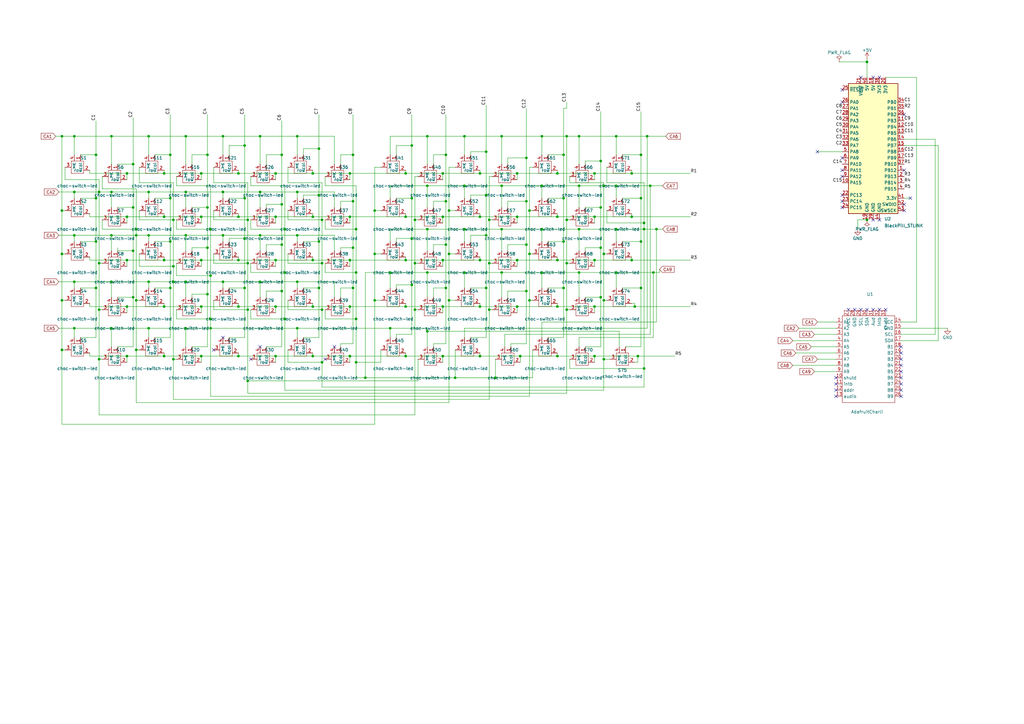
<source format=kicad_sch>
(kicad_sch (version 20211123) (generator eeschema)
  (paper "A3")
  (junction (at 262.89 118.11))
  (junction (at 228.6 106.68))
  (junction (at 25.4 86.36))
  (junction (at 60.96 134.62))
  (junction (at 115.57 100.33))
  (junction (at 153.67 104.14))
  (junction (at 40.64 147.32))
  (junction (at 128.27 71.12))
  (junction (at 228.6 146.05))
  (junction (at 76.2 78.74))
  (junction (at 175.26 55.88))
  (junction (at 228.6 88.9))
  (junction (at 149.86 154.94))
  (junction (at 52.07 106.68))
  (junction (at 143.51 88.9))
  (junction (at 30.48 55.88))
  (junction (at 259.08 106.68))
  (junction (at 106.68 78.74))
  (junction (at 181.61 146.05))
  (junction (at 269.24 93.98))
  (junction (at 166.37 71.12))
  (junction (at 184.15 86.36))
  (junction (at 262.89 63.5))
  (junction (at 212.09 71.12))
  (junction (at 237.49 76.2))
  (junction (at 130.81 99.06))
  (junction (at 181.61 106.68))
  (junction (at 205.74 93.98))
  (junction (at 76.2 96.52))
  (junction (at 232.41 90.17))
  (junction (at 184.15 104.14))
  (junction (at 166.37 106.68))
  (junction (at 101.6 156.21))
  (junction (at 170.18 90.17))
  (junction (at 71.12 90.17))
  (junction (at 175.26 76.2))
  (junction (at 67.31 106.68))
  (junction (at 259.08 88.9))
  (junction (at 355.6 25.4))
  (junction (at 246.38 85.09))
  (junction (at 231.14 81.28))
  (junction (at 100.33 97.79))
  (junction (at 69.85 63.5))
  (junction (at 130.81 80.01))
  (junction (at 237.49 111.76))
  (junction (at 190.5 55.88))
  (junction (at 45.72 96.52))
  (junction (at 168.91 116.84))
  (junction (at 190.5 93.98))
  (junction (at 146.05 148.59))
  (junction (at 25.4 123.19))
  (junction (at 222.25 111.76))
  (junction (at 85.09 63.5))
  (junction (at 222.25 55.88))
  (junction (at 181.61 125.73))
  (junction (at 101.6 90.17))
  (junction (at 217.17 104.14))
  (junction (at 76.2 115.57))
  (junction (at 97.79 106.68))
  (junction (at 91.44 78.74))
  (junction (at 113.03 88.9))
  (junction (at 30.48 78.74))
  (junction (at 132.08 148.59))
  (junction (at 40.64 127))
  (junction (at 252.73 76.2))
  (junction (at 196.85 88.9))
  (junction (at 128.27 146.05))
  (junction (at 247.65 104.14))
  (junction (at 76.2 134.62))
  (junction (at 39.37 118.11))
  (junction (at 190.5 76.2))
  (junction (at 113.03 71.12))
  (junction (at 231.14 99.06))
  (junction (at 196.85 71.12))
  (junction (at 243.84 125.73))
  (junction (at 205.74 55.88))
  (junction (at 54.61 102.87))
  (junction (at 166.37 125.73))
  (junction (at 30.48 134.62))
  (junction (at 115.57 119.38))
  (junction (at 160.02 134.62))
  (junction (at 144.78 63.5))
  (junction (at 55.88 123.19))
  (junction (at 91.44 96.52))
  (junction (at 25.4 55.88))
  (junction (at 52.07 146.05))
  (junction (at 232.41 127))
  (junction (at 54.61 85.09))
  (junction (at 199.39 62.23))
  (junction (at 113.03 106.68))
  (junction (at 116.84 93.98))
  (junction (at 71.12 147.32))
  (junction (at 106.68 55.88))
  (junction (at 184.15 123.19))
  (junction (at 71.12 109.22))
  (junction (at 217.17 123.19))
  (junction (at 85.09 120.65))
  (junction (at 170.18 127))
  (junction (at 30.48 96.52))
  (junction (at 175.26 135.89))
  (junction (at 168.91 81.28))
  (junction (at 199.39 80.01))
  (junction (at 25.4 143.51))
  (junction (at 243.84 106.68))
  (junction (at 97.79 146.05))
  (junction (at 231.14 118.11))
  (junction (at 67.31 125.73))
  (junction (at 144.78 118.11))
  (junction (at 45.72 78.74))
  (junction (at 97.79 88.9))
  (junction (at 199.39 96.52))
  (junction (at 153.67 86.36))
  (junction (at 166.37 146.05))
  (junction (at 200.66 127))
  (junction (at 205.74 111.76))
  (junction (at 199.39 118.11))
  (junction (at 146.05 111.76))
  (junction (at 60.96 96.52))
  (junction (at 196.85 146.05))
  (junction (at 264.16 93.98))
  (junction (at 260.35 125.73))
  (junction (at 30.48 115.57))
  (junction (at 144.78 82.55))
  (junction (at 215.9 64.77))
  (junction (at 252.73 55.88))
  (junction (at 54.61 67.31))
  (junction (at 146.05 130.81))
  (junction (at 55.88 93.98))
  (junction (at 264.16 91.44))
  (junction (at 267.97 111.76))
  (junction (at 67.31 88.9))
  (junction (at 243.84 146.05))
  (junction (at 39.37 63.5))
  (junction (at 264.16 151.13))
  (junction (at 262.89 99.06))
  (junction (at 182.88 63.5))
  (junction (at 86.36 134.62))
  (junction (at 55.88 96.52))
  (junction (at 40.64 78.74))
  (junction (at 71.12 115.57))
  (junction (at 132.08 90.17))
  (junction (at 205.74 76.2))
  (junction (at 203.2 154.94))
  (junction (at 106.68 115.57))
  (junction (at 146.05 93.98))
  (junction (at 40.64 107.95))
  (junction (at 200.66 107.95))
  (junction (at 121.92 134.62))
  (junction (at 52.07 88.9))
  (junction (at 217.17 86.36))
  (junction (at 60.96 55.88))
  (junction (at 54.61 121.92))
  (junction (at 247.65 76.2))
  (junction (at 39.37 99.06))
  (junction (at 69.85 118.11))
  (junction (at 246.38 66.04))
  (junction (at 175.26 93.98))
  (junction (at 232.41 55.88))
  (junction (at 69.85 81.28))
  (junction (at 113.03 125.73))
  (junction (at 132.08 127))
  (junction (at 166.37 88.9))
  (junction (at 182.88 100.33))
  (junction (at 128.27 106.68))
  (junction (at 246.38 121.92))
  (junction (at 355.6 90.17))
  (junction (at 181.61 88.9))
  (junction (at 200.66 90.17))
  (junction (at 182.88 118.11))
  (junction (at 213.36 146.05))
  (junction (at 186.69 154.94))
  (junction (at 39.37 81.28))
  (junction (at 168.91 59.69))
  (junction (at 262.89 81.28))
  (junction (at 101.6 107.95))
  (junction (at 243.84 71.12))
  (junction (at 143.51 125.73))
  (junction (at 45.72 115.57))
  (junction (at 175.26 111.76))
  (junction (at 25.4 104.14))
  (junction (at 86.36 130.81))
  (junction (at 60.96 78.74))
  (junction (at 115.57 63.5))
  (junction (at 121.92 115.57))
  (junction (at 212.09 106.68))
  (junction (at 116.84 111.76))
  (junction (at 215.9 82.55))
  (junction (at 228.6 71.12))
  (junction (at 115.57 83.82))
  (junction (at 45.72 55.88))
  (junction (at 215.9 119.38))
  (junction (at 85.09 101.6))
  (junction (at 128.27 125.73))
  (junction (at 130.81 60.96))
  (junction (at 196.85 106.68))
  (junction (at 100.33 118.11))
  (junction (at 212.09 125.73))
  (junction (at 97.79 71.12))
  (junction (at 252.73 93.98))
  (junction (at 97.79 125.73))
  (junction (at 261.62 146.05))
  (junction (at 121.92 55.88))
  (junction (at 85.09 85.09))
  (junction (at 181.61 71.12))
  (junction (at 143.51 106.68))
  (junction (at 86.36 113.03))
  (junction (at 69.85 99.06))
  (junction (at 143.51 146.05))
  (junction (at 100.33 59.69))
  (junction (at 121.92 78.74))
  (junction (at 232.41 107.95))
  (junction (at 45.72 134.62))
  (junction (at 212.09 88.9))
  (junction (at 215.9 100.33))
  (junction (at 128.27 88.9))
  (junction (at 153.67 123.19))
  (junction (at 52.07 125.73))
  (junction (at 160.02 111.76))
  (junction (at 91.44 55.88))
  (junction (at 222.25 93.98))
  (junction (at 106.68 96.52))
  (junction (at 132.08 107.95))
  (junction (at 82.55 88.9))
  (junction (at 190.5 111.76))
  (junction (at 55.88 143.51))
  (junction (at 252.73 111.76))
  (junction (at 237.49 93.98))
  (junction (at 67.31 71.12))
  (junction (at 60.96 115.57))
  (junction (at 182.88 82.55))
  (junction (at 231.14 63.5))
  (junction (at 101.6 127))
  (junction (at 82.55 125.73))
  (junction (at 67.31 146.05))
  (junction (at 168.91 97.79))
  (junction (at 196.85 125.73))
  (junction (at 82.55 106.68))
  (junction (at 247.65 123.19))
  (junction (at 170.18 107.95))
  (junction (at 247.65 147.32))
  (junction (at 144.78 101.6))
  (junction (at 222.25 76.2))
  (junction (at 237.49 55.88))
  (junction (at 130.81 118.11))
  (junction (at 243.84 88.9))
  (junction (at 143.51 71.12))
  (junction (at 266.7 76.2))
  (junction (at 86.36 93.98))
  (junction (at 91.44 115.57))
  (junction (at 246.38 101.6))
  (junction (at 228.6 125.73))
  (junction (at 121.92 96.52))
  (junction (at 76.2 55.88))
  (junction (at 82.55 146.05))
  (junction (at 100.33 81.28))
  (junction (at 259.08 71.12))
  (junction (at 113.03 146.05))
  (junction (at 116.84 130.81))
  (junction (at 265.43 55.88))
  (junction (at 82.55 71.12))
  (junction (at 52.07 71.12))
  (no_connect (at 347.98 127))
  (no_connect (at 350.52 127))
  (no_connect (at 353.06 127))
  (no_connect (at 355.6 127))
  (no_connect (at 358.14 127))
  (no_connect (at 360.68 127))
  (no_connect (at 363.22 127))
  (no_connect (at 360.68 90.17))
  (no_connect (at 358.14 90.17))
  (no_connect (at 342.9 162.56))
  (no_connect (at 342.9 160.02))
  (no_connect (at 342.9 157.48))
  (no_connect (at 342.9 154.94))
  (no_connect (at 369.57 142.24))
  (no_connect (at 369.57 144.78))
  (no_connect (at 369.57 147.32))
  (no_connect (at 369.57 149.86))
  (no_connect (at 369.57 152.4))
  (no_connect (at 369.57 154.94))
  (no_connect (at 369.57 157.48))
  (no_connect (at 369.57 160.02))
  (no_connect (at 369.57 162.56))
  (no_connect (at 345.44 36.83))
  (no_connect (at 87.63 143.51))
  (no_connect (at 91.44 138.43))
  (no_connect (at 345.44 72.39))
  (no_connect (at 345.44 80.01))
  (no_connect (at 345.44 82.55))
  (no_connect (at 345.44 85.09))
  (no_connect (at 345.44 69.85))
  (no_connect (at 345.44 64.77))
  (no_connect (at 370.84 46.99))
  (no_connect (at 345.44 41.91))
  (no_connect (at 370.84 69.85))
  (no_connect (at 137.16 142.24))
  (no_connect (at 133.35 147.32))
  (no_connect (at 106.68 142.24))
  (no_connect (at 102.87 147.32))
  (no_connect (at 370.84 86.36))
  (no_connect (at 370.84 83.82))
  (no_connect (at 373.38 81.28))
  (no_connect (at 360.68 31.75))
  (no_connect (at 358.14 31.75))
  (no_connect (at 353.06 31.75))
  (no_connect (at 335.28 62.23))
  (wire (pts (xy 101.6 90.17) (xy 101.6 107.95)))
  (wire (pts (xy 40.64 127) (xy 41.91 127)))
  (wire (pts (xy 76.2 115.57) (xy 76.2 121.92)))
  (wire (pts (xy 233.68 147.32) (xy 233.68 151.13)))
  (wire (pts (xy 160.02 76.2) (xy 175.26 76.2)))
  (wire (pts (xy 113.03 71.12) (xy 128.27 71.12)))
  (wire (pts (xy 237.49 111.76) (xy 252.73 111.76)))
  (wire (pts (xy 196.85 125.73) (xy 212.09 125.73)))
  (wire (pts (xy 237.49 55.88) (xy 237.49 67.31)))
  (wire (pts (xy 196.85 105.41) (xy 196.85 106.68)))
  (wire (pts (xy 109.22 100.33) (xy 115.57 100.33)))
  (wire (pts (xy 87.63 86.36) (xy 87.63 90.17)))
  (wire (pts (xy 128.27 125.73) (xy 143.51 125.73)))
  (wire (pts (xy 193.04 80.01) (xy 199.39 80.01)))
  (wire (pts (xy 237.49 138.43) (xy 267.97 138.43)))
  (wire (pts (xy 375.92 31.75) (xy 375.92 132.08)))
  (wire (pts (xy 233.68 72.39) (xy 233.68 74.93)))
  (wire (pts (xy 255.27 81.28) (xy 262.89 81.28)))
  (wire (pts (xy 143.51 146.05) (xy 166.37 146.05)))
  (wire (pts (xy 118.11 74.93) (xy 132.08 74.93)))
  (wire (pts (xy 190.5 93.98) (xy 205.74 93.98)))
  (wire (pts (xy 55.88 96.52) (xy 55.88 123.19)))
  (wire (pts (xy 69.85 99.06) (xy 69.85 118.11)))
  (wire (pts (xy 139.7 82.55) (xy 144.78 82.55)))
  (wire (pts (xy 166.37 144.78) (xy 166.37 146.05)))
  (wire (pts (xy 67.31 124.46) (xy 67.31 125.73)))
  (wire (pts (xy 97.79 124.46) (xy 97.79 125.73)))
  (wire (pts (xy 100.33 59.69) (xy 100.33 81.28)))
  (wire (pts (xy 36.83 87.63) (xy 36.83 88.9)))
  (wire (pts (xy 335.28 62.23) (xy 345.44 62.23)))
  (wire (pts (xy 184.15 68.58) (xy 184.15 86.36)))
  (wire (pts (xy 30.48 55.88) (xy 45.72 55.88)))
  (wire (pts (xy 181.61 71.12) (xy 196.85 71.12)))
  (wire (pts (xy 243.84 71.12) (xy 259.08 71.12)))
  (wire (pts (xy 177.8 102.87) (xy 177.8 100.33)))
  (wire (pts (xy 39.37 63.5) (xy 39.37 81.28)))
  (wire (pts (xy 237.49 93.98) (xy 237.49 102.87)))
  (wire (pts (xy 222.25 76.2) (xy 237.49 76.2)))
  (wire (pts (xy 109.22 102.87) (xy 109.22 100.33)))
  (wire (pts (xy 36.83 69.85) (xy 36.83 71.12)))
  (wire (pts (xy 57.15 86.36) (xy 57.15 90.17)))
  (wire (pts (xy 205.74 55.88) (xy 205.74 67.31)))
  (wire (pts (xy 232.41 90.17) (xy 232.41 107.95)))
  (wire (pts (xy 334.01 137.16) (xy 342.9 137.16)))
  (wire (pts (xy 370.84 81.28) (xy 373.38 81.28)))
  (wire (pts (xy 82.55 106.68) (xy 82.55 109.22)))
  (wire (pts (xy 149.86 154.94) (xy 146.05 154.94)))
  (wire (pts (xy 67.31 71.12) (xy 82.55 71.12)))
  (wire (pts (xy 72.39 130.81) (xy 86.36 130.81)))
  (wire (pts (xy 252.73 93.98) (xy 252.73 99.06)))
  (wire (pts (xy 115.57 83.82) (xy 115.57 100.33)))
  (wire (pts (xy 196.85 71.12) (xy 212.09 71.12)))
  (wire (pts (xy 40.64 78.74) (xy 40.64 107.95)))
  (wire (pts (xy 128.27 106.68) (xy 143.51 106.68)))
  (wire (pts (xy 237.49 93.98) (xy 252.73 93.98)))
  (wire (pts (xy 91.44 96.52) (xy 106.68 96.52)))
  (wire (pts (xy 52.07 88.9) (xy 67.31 88.9)))
  (wire (pts (xy 60.96 55.88) (xy 76.2 55.88)))
  (wire (pts (xy 82.55 146.05) (xy 97.79 146.05)))
  (wire (pts (xy 243.84 146.05) (xy 243.84 148.59)))
  (wire (pts (xy 175.26 67.31) (xy 175.26 55.88)))
  (wire (pts (xy 63.5 63.5) (xy 69.85 63.5)))
  (wire (pts (xy 101.6 74.93) (xy 101.6 90.17)))
  (wire (pts (xy 45.72 78.74) (xy 60.96 78.74)))
  (wire (pts (xy 162.56 137.16) (xy 162.56 138.43)))
  (wire (pts (xy 87.63 68.58) (xy 87.63 74.93)))
  (wire (pts (xy 33.02 99.06) (xy 39.37 99.06)))
  (wire (pts (xy 240.03 121.92) (xy 246.38 121.92)))
  (wire (pts (xy 33.02 63.5) (xy 39.37 63.5)))
  (wire (pts (xy 228.6 106.68) (xy 243.84 106.68)))
  (wire (pts (xy 45.72 55.88) (xy 60.96 55.88)))
  (wire (pts (xy 87.63 104.14) (xy 87.63 107.95)))
  (wire (pts (xy 262.89 142.24) (xy 256.54 142.24)))
  (wire (pts (xy 106.68 78.74) (xy 121.92 78.74)))
  (wire (pts (xy 113.03 146.05) (xy 128.27 146.05)))
  (wire (pts (xy 200.66 107.95) (xy 201.93 107.95)))
  (wire (pts (xy 160.02 134.62) (xy 175.26 134.62)))
  (wire (pts (xy 184.15 123.19) (xy 186.69 123.19)))
  (wire (pts (xy 344.17 25.4) (xy 355.6 25.4)))
  (wire (pts (xy 139.7 140.97) (xy 139.7 142.24)))
  (wire (pts (xy 39.37 138.43) (xy 39.37 118.11)))
  (wire (pts (xy 217.17 123.19) (xy 217.17 162.56)))
  (wire (pts (xy 52.07 71.12) (xy 52.07 73.66)))
  (wire (pts (xy 60.96 96.52) (xy 60.96 99.06)))
  (wire (pts (xy 160.02 93.98) (xy 175.26 93.98)))
  (wire (pts (xy 60.96 78.74) (xy 60.96 81.28)))
  (wire (pts (xy 355.6 25.4) (xy 355.6 31.75)))
  (wire (pts (xy 130.81 99.06) (xy 130.81 118.11)))
  (wire (pts (xy 71.12 90.17) (xy 71.12 109.22)))
  (wire (pts (xy 186.69 143.51) (xy 186.69 154.94)))
  (wire (pts (xy 166.37 125.73) (xy 181.61 125.73)))
  (wire (pts (xy 160.02 55.88) (xy 160.02 63.5)))
  (wire (pts (xy 181.61 146.05) (xy 181.61 148.59)))
  (wire (pts (xy 193.04 99.06) (xy 193.04 96.52)))
  (wire (pts (xy 162.56 137.16) (xy 168.91 137.16)))
  (wire (pts (xy 231.14 44.45) (xy 232.41 44.45)))
  (wire (pts (xy 97.79 88.9) (xy 113.03 88.9)))
  (wire (pts (xy 351.79 90.17) (xy 351.79 93.98)))
  (wire (pts (xy 100.33 46.99) (xy 100.33 59.69)))
  (wire (pts (xy 146.05 93.98) (xy 146.05 111.76)))
  (wire (pts (xy 212.09 71.12) (xy 212.09 73.66)))
  (wire (pts (xy 113.03 106.68) (xy 128.27 106.68)))
  (wire (pts (xy 93.98 138.43) (xy 100.33 138.43)))
  (wire (pts (xy 199.39 118.11) (xy 199.39 138.43)))
  (wire (pts (xy 355.6 90.17) (xy 351.79 90.17)))
  (wire (pts (xy 199.39 96.52) (xy 199.39 118.11)))
  (wire (pts (xy 93.98 81.28) (xy 100.33 81.28)))
  (wire (pts (xy 72.39 76.2) (xy 86.36 76.2)))
  (wire (pts (xy 266.7 76.2) (xy 271.78 76.2)))
  (wire (pts (xy 370.84 57.15) (xy 383.54 57.15)))
  (wire (pts (xy 144.78 82.55) (xy 144.78 101.6)))
  (wire (pts (xy 113.03 88.9) (xy 128.27 88.9)))
  (wire (pts (xy 205.74 111.76) (xy 222.25 111.76)))
  (wire (pts (xy 71.12 115.57) (xy 71.12 147.32)))
  (wire (pts (xy 116.84 160.02) (xy 247.65 160.02)))
  (wire (pts (xy 45.72 96.52) (xy 45.72 102.87)))
  (wire (pts (xy 22.86 55.88) (xy 25.4 55.88)))
  (wire (pts (xy 72.39 127) (xy 72.39 130.81)))
  (wire (pts (xy 205.74 111.76) (xy 205.74 121.92)))
  (wire (pts (xy 228.6 69.85) (xy 228.6 71.12)))
  (wire (pts (xy 177.8 85.09) (xy 177.8 82.55)))
  (wire (pts (xy 237.49 55.88) (xy 252.73 55.88)))
  (wire (pts (xy 153.67 123.19) (xy 153.67 173.99)))
  (wire (pts (xy 128.27 88.9) (xy 143.51 88.9)))
  (wire (pts (xy 190.5 138.43) (xy 190.5 134.62)))
  (wire (pts (xy 139.7 118.11) (xy 144.78 118.11)))
  (wire (pts (xy 168.91 59.69) (xy 168.91 81.28)))
  (wire (pts (xy 106.68 78.74) (xy 106.68 85.09)))
  (wire (pts (xy 259.08 88.9) (xy 283.21 88.9)))
  (wire (pts (xy 102.87 111.76) (xy 116.84 111.76)))
  (wire (pts (xy 262.89 118.11) (xy 262.89 142.24)))
  (wire (pts (xy 63.5 81.28) (xy 69.85 81.28)))
  (wire (pts (xy 26.67 68.58) (xy 26.67 73.66)))
  (wire (pts (xy 259.08 106.68) (xy 283.21 106.68)))
  (wire (pts (xy 259.08 69.85) (xy 259.08 71.12)))
  (wire (pts (xy 246.38 121.92) (xy 246.38 142.24)))
  (wire (pts (xy 86.36 134.62) (xy 121.92 134.62)))
  (wire (pts (xy 67.31 125.73) (xy 82.55 125.73)))
  (wire (pts (xy 76.2 78.74) (xy 76.2 85.09)))
  (wire (pts (xy 121.92 134.62) (xy 121.92 138.43)))
  (wire (pts (xy 193.04 96.52) (xy 199.39 96.52)))
  (wire (pts (xy 78.74 101.6) (xy 85.09 101.6)))
  (wire (pts (xy 181.61 106.68) (xy 196.85 106.68)))
  (wire (pts (xy 153.67 123.19) (xy 156.21 123.19)))
  (wire (pts (xy 170.18 90.17) (xy 170.18 107.95)))
  (wire (pts (xy 264.16 151.13) (xy 264.16 93.98)))
  (wire (pts (xy 259.08 105.41) (xy 259.08 106.68)))
  (wire (pts (xy 325.12 149.86) (xy 342.9 149.86)))
  (wire (pts (xy 181.61 88.9) (xy 196.85 88.9)))
  (wire (pts (xy 87.63 127) (xy 101.6 127)))
  (wire (pts (xy 82.55 88.9) (xy 97.79 88.9)))
  (wire (pts (xy 182.88 46.99) (xy 182.88 63.5)))
  (wire (pts (xy 184.15 86.36) (xy 186.69 86.36)))
  (wire (pts (xy 30.48 78.74) (xy 40.64 78.74)))
  (wire (pts (xy 209.55 140.97) (xy 215.9 140.97)))
  (wire (pts (xy 247.65 74.93) (xy 247.65 76.2)))
  (wire (pts (xy 130.81 118.11) (xy 130.81 138.43)))
  (wire (pts (xy 181.61 146.05) (xy 196.85 146.05)))
  (wire (pts (xy 199.39 43.18) (xy 199.39 62.23)))
  (wire (pts (xy 36.83 144.78) (xy 36.83 146.05)))
  (wire (pts (xy 200.66 107.95) (xy 200.66 127)))
  (wire (pts (xy 121.92 78.74) (xy 121.92 81.28)))
  (wire (pts (xy 137.16 78.74) (xy 137.16 85.09)))
  (wire (pts (xy 86.36 130.81) (xy 86.36 134.62)))
  (wire (pts (xy 85.09 120.65) (xy 85.09 142.24)))
  (wire (pts (xy 209.55 142.24) (xy 209.55 140.97)))
  (wire (pts (xy 86.36 93.98) (xy 86.36 113.03)))
  (wire (pts (xy 139.7 121.92) (xy 139.7 118.11)))
  (wire (pts (xy 222.25 93.98) (xy 222.25 99.06)))
  (wire (pts (xy 139.7 67.31) (xy 139.7 63.5)))
  (wire (pts (xy 222.25 76.2) (xy 222.25 81.28)))
  (wire (pts (xy 254 135.89) (xy 175.26 135.89)))
  (wire (pts (xy 118.11 104.14) (xy 118.11 107.95)))
  (wire (pts (xy 52.07 125.73) (xy 67.31 125.73)))
  (wire (pts (xy 54.61 121.92) (xy 54.61 102.87)))
  (wire (pts (xy 137.16 55.88) (xy 137.16 67.31)))
  (wire (pts (xy 177.8 82.55) (xy 182.88 82.55)))
  (wire (pts (xy 116.84 111.76) (xy 116.84 130.81)))
  (wire (pts (xy 78.74 67.31) (xy 78.74 63.5)))
  (wire (pts (xy 177.8 140.97) (xy 177.8 142.24)))
  (wire (pts (xy 217.17 86.36) (xy 218.44 86.36)))
  (wire (pts (xy 190.5 93.98) (xy 190.5 99.06)))
  (wire (pts (xy 171.45 156.21) (xy 101.6 156.21)))
  (wire (pts (xy 232.41 55.88) (xy 232.41 90.17)))
  (wire (pts (xy 196.85 87.63) (xy 196.85 88.9)))
  (wire (pts (xy 41.91 72.39) (xy 41.91 77.47)))
  (wire (pts (xy 132.08 90.17) (xy 132.08 107.95)))
  (wire (pts (xy 144.78 46.99) (xy 144.78 63.5)))
  (wire (pts (xy 228.6 88.9) (xy 243.84 88.9)))
  (wire (pts (xy 133.35 111.76) (xy 146.05 111.76)))
  (wire (pts (xy 267.97 138.43) (xy 267.97 111.76)))
  (wire (pts (xy 132.08 158.75) (xy 264.16 158.75)))
  (wire (pts (xy 82.55 71.12) (xy 97.79 71.12)))
  (wire (pts (xy 40.64 170.18) (xy 170.18 170.18)))
  (wire (pts (xy 237.49 111.76) (xy 237.49 121.92)))
  (wire (pts (xy 260.35 124.46) (xy 260.35 125.73)))
  (wire (pts (xy 72.39 90.17) (xy 72.39 93.98)))
  (wire (pts (xy 76.2 96.52) (xy 91.44 96.52)))
  (wire (pts (xy 208.28 82.55) (xy 215.9 82.55)))
  (wire (pts (xy 190.5 76.2) (xy 205.74 76.2)))
  (wire (pts (xy 166.37 71.12) (xy 181.61 71.12)))
  (wire (pts (xy 30.48 55.88) (xy 30.48 63.5)))
  (wire (pts (xy 36.83 146.05) (xy 52.07 146.05)))
  (wire (pts (xy 166.37 146.05) (xy 181.61 146.05)))
  (wire (pts (xy 243.84 71.12) (xy 243.84 73.66)))
  (wire (pts (xy 182.88 118.11) (xy 182.88 140.97)))
  (wire (pts (xy 369.57 132.08) (xy 375.92 132.08)))
  (wire (pts (xy 170.18 107.95) (xy 170.18 127)))
  (wire (pts (xy 332.74 142.24) (xy 342.9 142.24)))
  (wire (pts (xy 87.63 123.19) (xy 87.63 127)))
  (wire (pts (xy 40.64 107.95) (xy 40.64 127)))
  (wire (pts (xy 231.14 81.28) (xy 231.14 63.5)))
  (wire (pts (xy 184.15 68.58) (xy 186.69 68.58)))
  (wire (pts (xy 175.26 135.89) (xy 175.26 134.62)))
  (wire (pts (xy 60.96 134.62) (xy 60.96 138.43)))
  (wire (pts (xy 224.79 99.06) (xy 231.14 99.06)))
  (wire (pts (xy 113.03 146.05) (xy 113.03 148.59)))
  (wire (pts (xy 184.15 86.36) (xy 184.15 104.14)))
  (wire (pts (xy 52.07 106.68) (xy 67.31 106.68)))
  (wire (pts (xy 175.26 142.24) (xy 175.26 135.89)))
  (wire (pts (xy 265.43 134.62) (xy 265.43 55.88)))
  (wire (pts (xy 143.51 146.05) (xy 143.51 148.59)))
  (wire (pts (xy 60.96 115.57) (xy 60.96 118.11)))
  (wire (pts (xy 102.87 90.17) (xy 102.87 93.98)))
  (wire (pts (xy 86.36 113.03) (xy 86.36 130.81)))
  (wire (pts (xy 109.22 67.31) (xy 109.22 63.5)))
  (wire (pts (xy 231.14 99.06) (xy 231.14 81.28)))
  (wire (pts (xy 25.4 55.88) (xy 25.4 86.36)))
  (wire (pts (xy 71.12 147.32) (xy 72.39 147.32)))
  (wire (pts (xy 124.46 63.5) (xy 124.46 60.96)))
  (wire (pts (xy 72.39 72.39) (xy 72.39 76.2)))
  (wire (pts (xy 363.22 31.75) (xy 375.92 31.75)))
  (wire (pts (xy 326.39 144.78) (xy 342.9 144.78)))
  (wire (pts (xy 116.84 93.98) (xy 116.84 111.76)))
  (wire (pts (xy 25.4 143.51) (xy 26.67 143.51)))
  (wire (pts (xy 228.6 146.05) (xy 243.84 146.05)))
  (wire (pts (xy 78.74 142.24) (xy 85.09 142.24)))
  (wire (pts (xy 213.36 146.05) (xy 228.6 146.05)))
  (wire (pts (xy 153.67 68.58) (xy 153.67 86.36)))
  (wire (pts (xy 269.24 93.98) (xy 271.78 93.98)))
  (wire (pts (xy 240.03 67.31) (xy 240.03 66.04)))
  (wire (pts (xy 109.22 121.92) (xy 109.22 119.38)))
  (wire (pts (xy 252.73 111.76) (xy 252.73 118.11)))
  (wire (pts (xy 190.5 55.88) (xy 205.74 55.88)))
  (wire (pts (xy 259.08 71.12) (xy 283.21 71.12)))
  (wire (pts (xy 217.17 123.19) (xy 218.44 123.19)))
  (wire (pts (xy 102.87 76.2) (xy 116.84 76.2)))
  (wire (pts (xy 101.6 107.95) (xy 101.6 127)))
  (wire (pts (xy 181.61 106.68) (xy 181.61 109.22)))
  (wire (pts (xy 78.74 120.65) (xy 85.09 120.65)))
  (wire (pts (xy 124.46 80.01) (xy 130.81 80.01)))
  (wire (pts (xy 190.5 76.2) (xy 190.5 81.28)))
  (wire (pts (xy 36.83 106.68) (xy 52.07 106.68)))
  (wire (pts (xy 24.13 78.74) (xy 30.48 78.74)))
  (wire (pts (xy 212.09 71.12) (xy 228.6 71.12)))
  (wire (pts (xy 208.28 119.38) (xy 208.28 121.92)))
  (wire (pts (xy 248.92 74.93) (xy 264.16 74.93)))
  (wire (pts (xy 128.27 87.63) (xy 128.27 88.9)))
  (wire (pts (xy 162.56 97.79) (xy 168.91 97.79)))
  (wire (pts (xy 109.22 63.5) (xy 115.57 63.5)))
  (wire (pts (xy 200.66 90.17) (xy 201.93 90.17)))
  (wire (pts (xy 121.92 55.88) (xy 137.16 55.88)))
  (wire (pts (xy 160.02 134.62) (xy 160.02 138.43)))
  (wire (pts (xy 156.21 143.51) (xy 156.21 148.59)))
  (wire (pts (xy 252.73 111.76) (xy 267.97 111.76)))
  (wire (pts (xy 102.87 107.95) (xy 102.87 111.76)))
  (wire (pts (xy 181.61 88.9) (xy 181.61 91.44)))
  (wire (pts (xy 139.7 101.6) (xy 139.7 102.87)))
  (wire (pts (xy 233.68 74.93) (xy 247.65 74.93)))
  (wire (pts (xy 71.12 163.83) (xy 200.66 163.83)))
  (wire (pts (xy 76.2 134.62) (xy 86.36 134.62)))
  (wire (pts (xy 170.18 72.39) (xy 170.18 90.17)))
  (wire (pts (xy 218.44 154.94) (xy 203.2 154.94)))
  (wire (pts (xy 262.89 45.72) (xy 262.89 63.5)))
  (wire (pts (xy 93.98 99.06) (xy 93.98 97.79)))
  (wire (pts (xy 218.44 143.51) (xy 218.44 154.94)))
  (wire (pts (xy 181.61 125.73) (xy 196.85 125.73)))
  (wire (pts (xy 262.89 99.06) (xy 262.89 118.11)))
  (wire (pts (xy 36.83 88.9) (xy 52.07 88.9)))
  (wire (pts (xy 228.6 105.41) (xy 228.6 106.68)))
  (wire (pts (xy 97.79 106.68) (xy 113.03 106.68)))
  (wire (pts (xy 118.11 68.58) (xy 118.11 74.93)))
  (wire (pts (xy 30.48 115.57) (xy 45.72 115.57)))
  (wire (pts (xy 162.56 81.28) (xy 168.91 81.28)))
  (wire (pts (xy 118.11 148.59) (xy 132.08 148.59)))
  (wire (pts (xy 153.67 86.36) (xy 153.67 104.14)))
  (wire (pts (xy 57.15 68.58) (xy 57.15 74.93)))
  (wire (pts (xy 177.8 118.11) (xy 177.8 121.92)))
  (wire (pts (xy 97.79 146.05) (xy 113.03 146.05)))
  (wire (pts (xy 121.92 115.57) (xy 121.92 118.11)))
  (wire (pts (xy 48.26 102.87) (xy 54.61 102.87)))
  (wire (pts (xy 93.98 97.79) (xy 100.33 97.79)))
  (wire (pts (xy 162.56 116.84) (xy 162.56 118.11)))
  (wire (pts (xy 146.05 111.76) (xy 146.05 130.81)))
  (wire (pts (xy 55.88 143.51) (xy 57.15 143.51)))
  (wire (pts (xy 54.61 67.31) (xy 54.61 85.09)))
  (wire (pts (xy 247.65 123.19) (xy 248.92 123.19)))
  (wire (pts (xy 25.4 86.36) (xy 25.4 104.14)))
  (wire (pts (xy 76.2 55.88) (xy 91.44 55.88)))
  (wire (pts (xy 153.67 68.58) (xy 156.21 68.58)))
  (wire (pts (xy 121.92 115.57) (xy 137.16 115.57)))
  (wire (pts (xy 118.11 143.51) (xy 118.11 148.59)))
  (wire (pts (xy 106.68 115.57) (xy 121.92 115.57)))
  (wire (pts (xy 109.22 83.82) (xy 115.57 83.82)))
  (wire (pts (xy 170.18 107.95) (xy 171.45 107.95)))
  (wire (pts (xy 30.48 134.62) (xy 30.48 138.43)))
  (wire (pts (xy 224.79 81.28) (xy 231.14 81.28)))
  (wire (pts (xy 97.79 144.78) (xy 97.79 146.05)))
  (wire (pts (xy 82.55 146.05) (xy 82.55 148.59)))
  (wire (pts (xy 82.55 71.12) (xy 82.55 73.66)))
  (wire (pts (xy 39.37 99.06) (xy 39.37 118.11)))
  (wire (pts (xy 143.51 125.73) (xy 166.37 125.73)))
  (wire (pts (xy 115.57 49.53) (xy 115.57 63.5)))
  (wire (pts (xy 177.8 63.5) (xy 182.88 63.5)))
  (wire (pts (xy 78.74 102.87) (xy 78.74 101.6)))
  (wire (pts (xy 30.48 134.62) (xy 45.72 134.62)))
  (wire (pts (xy 224.79 138.43) (xy 231.14 138.43)))
  (wire (pts (xy 327.66 134.62) (xy 342.9 134.62)))
  (wire (pts (xy 87.63 74.93) (xy 101.6 74.93)))
  (wire (pts (xy 168.91 81.28) (xy 168.91 97.79)))
  (wire (pts (xy 269.24 132.08) (xy 269.24 93.98)))
  (wire (pts (xy 203.2 154.94) (xy 186.69 154.94)))
  (wire (pts (xy 222.25 111.76) (xy 222.25 118.11)))
  (wire (pts (xy 72.39 113.03) (xy 86.36 113.03)))
  (wire (pts (xy 200.66 127) (xy 201.93 127)))
  (wire (pts (xy 85.09 46.99) (xy 85.09 63.5)))
  (wire (pts (xy 67.31 106.68) (xy 82.55 106.68)))
  (wire (pts (xy 52.07 125.73) (xy 52.07 128.27)))
  (wire (pts (xy 325.12 139.7) (xy 342.9 139.7)))
  (wire (pts (xy 190.5 55.88) (xy 190.5 63.5)))
  (wire (pts (xy 215.9 44.45) (xy 215.9 64.77)))
  (wire (pts (xy 196.85 88.9) (xy 212.09 88.9)))
  (wire (pts (xy 166.37 105.41) (xy 166.37 106.68)))
  (wire (pts (xy 222.25 55.88) (xy 222.25 63.5)))
  (wire (pts (xy 144.78 63.5) (xy 144.78 82.55)))
  (wire (pts (xy 247.65 147.32) (xy 247.65 160.02)))
  (wire (pts (xy 54.61 48.26) (xy 54.61 67.31)))
  (wire (pts (xy 82.55 88.9) (xy 82.55 91.44)))
  (wire (pts (xy 48.26 67.31) (xy 54.61 67.31)))
  (wire (pts (xy 85.09 101.6) (xy 85.09 120.65)))
  (wire (pts (xy 237.49 142.24) (xy 237.49 138.43)))
  (wire (pts (xy 177.8 63.5) (xy 177.8 67.31)))
  (wire (pts (xy 270.51 110.49) (xy 270.51 111.76)))
  (wire (pts (xy 208.28 100.33) (xy 215.9 100.33)))
  (wire (pts (xy 149.86 111.76) (xy 149.86 154.94)))
  (wire (pts (xy 260.35 148.59) (xy 261.62 148.59)))
  (wire (pts (xy 143.51 88.9) (xy 143.51 91.44)))
  (wire (pts (xy 168.91 97.79) (xy 168.91 116.84)))
  (wire (pts (xy 36.83 124.46) (xy 36.83 125.73)))
  (wire (pts (xy 222.25 138.43) (xy 222.25 132.08)))
  (wire (pts (xy 255.27 63.5) (xy 262.89 63.5)))
  (wire (pts (xy 222.25 93.98) (xy 237.49 93.98)))
  (wire (pts (xy 48.26 101.6) (xy 48.26 102.87)))
  (wire (pts (xy 39.37 49.53) (xy 39.37 63.5)))
  (wire (pts (xy 264.16 91.44) (xy 264.16 93.98)))
  (wire (pts (xy 102.87 93.98) (xy 116.84 93.98)))
  (wire (pts (xy 247.65 123.19) (xy 247.65 147.32)))
  (wire (pts (xy 208.28 100.33) (xy 208.28 102.87)))
  (wire (pts (xy 63.5 138.43) (xy 69.85 138.43)))
  (wire (pts (xy 175.26 111.76) (xy 190.5 111.76)))
  (wire (pts (xy 101.6 127) (xy 101.6 156.21)))
  (wire (pts (xy 60.96 78.74) (xy 76.2 78.74)))
  (wire (pts (xy 139.7 85.09) (xy 139.7 82.55)))
  (wire (pts (xy 261.62 148.59) (xy 261.62 146.05)))
  (wire (pts (xy 193.04 62.23) (xy 193.04 63.5)))
  (wire (pts (xy 106.68 115.57) (xy 106.68 121.92)))
  (wire (pts (xy 153.67 104.14) (xy 156.21 104.14)))
  (wire (pts (xy 217.17 68.58) (xy 218.44 68.58)))
  (wire (pts (xy 233.68 151.13) (xy 264.16 151.13)))
  (wire (pts (xy 222.25 132.08) (xy 269.24 132.08)))
  (wire (pts (xy 170.18 127) (xy 170.18 170.18)))
  (wire (pts (xy 177.8 100.33) (xy 182.88 100.33)))
  (wire (pts (xy 54.61 85.09) (xy 54.61 102.87)))
  (wire (pts (xy 40.64 147.32) (xy 40.64 170.18)))
  (wire (pts (xy 118.11 90.17) (xy 132.08 90.17)))
  (wire (pts (xy 109.22 83.82) (xy 109.22 85.09)))
  (wire (pts (xy 97.79 71.12) (xy 113.03 71.12)))
  (wire (pts (xy 143.51 71.12) (xy 166.37 71.12)))
  (wire (pts (xy 243.84 88.9) (xy 259.08 88.9)))
  (wire (pts (xy 48.26 85.09) (xy 54.61 85.09)))
  (wire (pts (xy 121.92 55.88) (xy 121.92 63.5)))
  (wire (pts (xy 196.85 124.46) (xy 196.85 125.73)))
  (wire (pts (xy 205.74 93.98) (xy 222.25 93.98)))
  (wire (pts (xy 190.5 111.76) (xy 205.74 111.76)))
  (wire (pts (xy 184.15 104.14) (xy 184.15 123.19)))
  (wire (pts (xy 217.17 104.14) (xy 218.44 104.14)))
  (wire (pts (xy 228.6 125.73) (xy 243.84 125.73)))
  (wire (pts (xy 97.79 69.85) (xy 97.79 71.12)))
  (wire (pts (xy 248.92 91.44) (xy 264.16 91.44)))
  (wire (pts (xy 355.6 24.13) (xy 355.6 25.4)))
  (wire (pts (xy 116.84 76.2) (xy 116.84 93.98)))
  (wire (pts (xy 91.44 115.57) (xy 106.68 115.57)))
  (wire (pts (xy 334.01 152.4) (xy 342.9 152.4)))
  (wire (pts (xy 57.15 109.22) (xy 71.12 109.22)))
  (wire (pts (xy 240.03 102.87) (xy 240.03 101.6)))
  (wire (pts (xy 190.5 111.76) (xy 190.5 118.11)))
  (wire (pts (xy 76.2 134.62) (xy 76.2 142.24)))
  (wire (pts (xy 156.21 148.59) (xy 146.05 148.59)))
  (wire (pts (xy 199.39 80.01) (xy 199.39 96.52)))
  (wire (pts (xy 193.04 138.43) (xy 199.39 138.43)))
  (wire (pts (xy 130.81 60.96) (xy 130.81 80.01)))
  (wire (pts (xy 82.55 106.68) (xy 97.79 106.68)))
  (wire (pts (xy 124.46 99.06) (xy 130.81 99.06)))
  (wire (pts (xy 52.07 88.9) (xy 52.07 91.44)))
  (wire (pts (xy 52.07 71.12) (xy 67.31 71.12)))
  (wire (pts (xy 143.51 106.68) (xy 143.51 109.22)))
  (wire (pts (xy 247.65 147.32) (xy 250.19 147.32)))
  (wire (pts (xy 130.81 46.99) (xy 130.81 60.96)))
  (wire (pts (xy 121.92 96.52) (xy 137.16 96.52)))
  (wire (pts (xy 132.08 148.59) (xy 132.08 158.75)))
  (wire (pts (xy 181.61 71.12) (xy 181.61 73.66)))
  (wire (pts (xy 222.25 111.76) (xy 237.49 111.76)))
  (wire (pts (xy 25.4 173.99) (xy 153.67 173.99)))
  (wire (pts (xy 232.41 41.91) (xy 232.41 44.45)))
  (wire (pts (xy 146.05 148.59) (xy 146.05 154.94)))
  (wire (pts (xy 175.26 76.2) (xy 175.26 85.09)))
  (wire (pts (xy 116.84 130.81) (xy 116.84 160.02)))
  (wire (pts (xy 55.88 165.1) (xy 184.15 165.1)))
  (wire (pts (xy 124.46 118.11) (xy 130.81 118.11)))
  (wire (pts (xy 196.85 144.78) (xy 196.85 146.05)))
  (wire (pts (xy 208.28 64.77) (xy 215.9 64.77)))
  (wire (pts (xy 69.85 81.28) (xy 69.85 99.06)))
  (wire (pts (xy 335.28 147.32) (xy 342.9 147.32)))
  (wire (pts (xy 106.68 55.88) (xy 121.92 55.88)))
  (wire (pts (xy 144.78 118.11) (xy 144.78 140.97)))
  (wire (pts (xy 78.74 121.92) (xy 78.74 120.65)))
  (wire (pts (xy 254 142.24) (xy 254 135.89)))
  (wire (pts (xy 57.15 74.93) (xy 71.12 74.93)))
  (wire (pts (xy 133.35 107.95) (xy 133.35 111.76)))
  (wire (pts (xy 60.96 115.57) (xy 71.12 115.57)))
  (wire (pts (xy 100.33 118.11) (xy 100.33 138.43)))
  (wire (pts (xy 124.46 138.43) (xy 130.81 138.43)))
  (wire (pts (xy 106.68 96.52) (xy 106.68 102.87)))
  (wire (pts (xy 101.6 156.21) (xy 101.6 161.29)))
  (wire (pts (xy 166.37 88.9) (xy 181.61 88.9)))
  (wire (pts (xy 55.88 143.51) (xy 55.88 165.1)))
  (wire (pts (xy 72.39 93.98) (xy 86.36 93.98)))
  (wire (pts (xy 63.5 118.11) (xy 69.85 118.11)))
  (wire (pts (xy 190.5 134.62) (xy 265.43 134.62)))
  (wire (pts (xy 184.15 123.19) (xy 184.15 165.1)))
  (wire (pts (xy 149.86 111.76) (xy 160.02 111.76)))
  (wire (pts (xy 177.8 140.97) (xy 182.88 140.97)))
  (wire (pts (xy 130.81 80.01) (xy 130.81 99.06)))
  (wire (pts (xy 93.98 118.11) (xy 100.33 118.11)))
  (wire (pts (xy 264.16 93.98) (xy 269.24 93.98)))
  (wire (pts (xy 87.63 90.17) (xy 101.6 90.17)))
  (wire (pts (xy 45.72 115.57) (xy 60.96 115.57)))
  (wire (pts (xy 175.26 55.88) (xy 190.5 55.88)))
  (wire (pts (xy 40.64 147.32) (xy 41.91 147.32)))
  (wire (pts (xy 166.37 106.68) (xy 181.61 106.68)))
  (wire (pts (xy 264.16 158.75) (xy 264.16 151.13)))
  (wire (pts (xy 45.72 78.74) (xy 45.72 85.09)))
  (wire (pts (xy 181.61 125.73) (xy 181.61 128.27)))
  (wire (pts (xy 212.09 106.68) (xy 228.6 106.68)))
  (wire (pts (xy 33.02 81.28) (xy 39.37 81.28)))
  (wire (pts (xy 121.92 134.62) (xy 160.02 134.62)))
  (wire (pts (xy 247.65 104.14) (xy 248.92 104.14)))
  (wire (pts (xy 113.03 125.73) (xy 113.03 128.27)))
  (wire (pts (xy 177.8 118.11) (xy 182.88 118.11)))
  (wire (pts (xy 193.04 62.23) (xy 199.39 62.23)))
  (wire (pts (xy 86.36 162.56) (xy 217.17 162.56)))
  (wire (pts (xy 166.37 124.46) (xy 166.37 125.73)))
  (wire (pts (xy 243.84 146.05) (xy 261.62 146.05)))
  (wire (pts (xy 255.27 99.06) (xy 262.89 99.06)))
  (wire (pts (xy 369.57 134.62) (xy 388.62 134.62)))
  (wire (pts (xy 69.85 118.11) (xy 69.85 138.43)))
  (wire (pts (xy 228.6 124.46) (xy 228.6 125.73)))
  (wire (pts (xy 106.68 55.88) (xy 106.68 67.31)))
  (wire (pts (xy 252.73 93.98) (xy 264.16 93.98)))
  (wire (pts (xy 91.44 55.88) (xy 106.68 55.88)))
  (wire (pts (xy 41.91 90.17) (xy 41.91 93.98)))
  (wire (pts (xy 200.66 72.39) (xy 200.66 90.17)))
  (wire (pts (xy 153.67 86.36) (xy 156.21 86.36)))
  (wire (pts (xy 97.79 87.63) (xy 97.79 88.9)))
  (wire (pts (xy 69.85 63.5) (xy 69.85 81.28)))
  (wire (pts (xy 25.4 143.51) (xy 25.4 173.99)))
  (wire (pts (xy 76.2 78.74) (xy 91.44 78.74)))
  (wire (pts (xy 186.69 154.94) (xy 149.86 154.94)))
  (wire (pts (xy 102.87 130.81) (xy 116.84 130.81)))
  (wire (pts (xy 259.08 124.46) (xy 260.35 124.46)))
  (wire (pts (xy 40.64 127) (xy 40.64 147.32)))
  (wire (pts (xy 170.18 90.17) (xy 171.45 90.17)))
  (wire (pts (xy 100.33 97.79) (xy 100.33 118.11)))
  (wire (pts (xy 200.66 72.39) (xy 201.93 72.39)))
  (wire (pts (xy 260.35 125.73) (xy 283.21 125.73)))
  (wire (pts (xy 217.17 86.36) (xy 217.17 104.14)))
  (wire (pts (xy 118.11 123.19) (xy 118.11 127)))
  (wire (pts (xy 207.01 137.16) (xy 266.7 137.16)))
  (wire (pts (xy 243.84 125.73) (xy 260.35 125.73)))
  (wire (pts (xy 82.55 125.73) (xy 97.79 125.73)))
  (wire (pts (xy 78.74 85.09) (xy 85.09 85.09)))
  (wire (pts (xy 247.65 76.2) (xy 252.73 76.2)))
  (wire (pts (xy 193.04 80.01) (xy 193.04 81.28)))
  (wire (pts (xy 69.85 46.99) (xy 69.85 63.5)))
  (wire (pts (xy 215.9 100.33) (xy 215.9 119.38)))
  (wire (pts (xy 232.41 107.95) (xy 233.68 107.95)))
  (wire (pts (xy 118.11 127) (xy 132.08 127)))
  (wire (pts (xy 45.72 55.88) (xy 45.72 67.31)))
  (wire (pts (xy 232.41 107.95) (xy 232.41 127)))
  (wire (pts (xy 170.18 127) (xy 171.45 127)))
  (wire (pts (xy 232.41 127) (xy 233.68 127)))
  (wire (pts (xy 67.31 144.78) (xy 67.31 146.05)))
  (wire (pts (xy 113.03 125.73) (xy 128.27 125.73)))
  (wire (pts (xy 30.48 96.52) (xy 45.72 96.52)))
  (wire (pts (xy 262.89 63.5) (xy 262.89 81.28)))
  (wire (pts (xy 243.84 125.73) (xy 243.84 128.27)))
  (wire (pts (xy 237.49 76.2) (xy 237.49 85.09)))
  (wire (pts (xy 109.22 142.24) (xy 115.57 142.24)))
  (wire (pts (xy 55.88 123.19) (xy 57.15 123.19)))
  (wire (pts (xy 205.74 76.2) (xy 222.25 76.2)))
  (wire (pts (xy 369.57 137.16) (xy 383.54 137.16)))
  (wire (pts (xy 184.15 104.14) (xy 186.69 104.14)))
  (wire (pts (xy 55.88 93.98) (xy 55.88 96.52)))
  (wire (pts (xy 82.55 125.73) (xy 82.55 128.27)))
  (wire (pts (xy 182.88 100.33) (xy 182.88 118.11)))
  (wire (pts (xy 384.81 139.7) (xy 384.81 59.69)))
  (wire (pts (xy 55.88 77.47) (xy 55.88 93.98)))
  (wire (pts (xy 40.64 78.74) (xy 45.72 78.74)))
  (wire (pts (xy 212.09 88.9) (xy 212.09 91.44)))
  (wire (pts (xy 128.27 69.85) (xy 128.27 71.12)))
  (wire (pts (xy 48.26 121.92) (xy 54.61 121.92)))
  (wire (pts (xy 55.88 96.52) (xy 60.96 96.52)))
  (wire (pts (xy 153.67 104.14) (xy 153.67 123.19)))
  (wire (pts (xy 76.2 55.88) (xy 76.2 67.31)))
  (wire (pts (xy 243.84 88.9) (xy 243.84 91.44)))
  (wire (pts (xy 144.78 101.6) (xy 144.78 118.11)))
  (wire (pts (xy 143.51 88.9) (xy 166.37 88.9)))
  (wire (pts (xy 36.83 125.73) (xy 52.07 125.73)))
  (wire (pts (xy 128.27 144.78) (xy 128.27 146.05)))
  (wire (pts (xy 240.03 66.04) (xy 246.38 66.04)))
  (wire (pts (xy 182.88 82.55) (xy 182.88 100.33)))
  (wire (pts (xy 132.08 107.95) (xy 132.08 127)))
  (wire (pts (xy 146.05 76.2) (xy 146.05 93.98)))
  (wire (pts (xy 133.35 90.17) (xy 133.35 93.98)))
  (wire (pts (xy 232.41 127) (xy 232.41 161.29)))
  (wire (pts (xy 243.84 106.68) (xy 259.08 106.68)))
  (wire (pts (xy 67.31 105.41) (xy 67.31 106.68)))
  (wire (pts (xy 231.14 63.5) (xy 231.14 44.45)))
  (wire (pts (xy 121.92 96.52) (xy 121.92 99.06)))
  (wire (pts (xy 93.98 59.69) (xy 100.33 59.69)))
  (wire (pts (xy 85.09 63.5) (xy 85.09 85.09)))
  (wire (pts (xy 182.88 63.5) (xy 182.88 82.55)))
  (wire (pts (xy 203.2 147.32) (xy 203.2 154.94)))
  (wire (pts (xy 128.27 71.12) (xy 143.51 71.12)))
  (wire (pts (xy 267.97 111.76) (xy 270.51 111.76)))
  (wire (pts (xy 208.28 67.31) (xy 208.28 64.77)))
  (wire (pts (xy 52.07 146.05) (xy 52.07 148.59)))
  (wire (pts (xy 228.6 71.12) (xy 243.84 71.12)))
  (wire (pts (xy 196.85 106.68) (xy 212.09 106.68)))
  (wire (pts (xy 175.26 93.98) (xy 175.26 102.87)))
  (wire (pts (xy 215.9 64.77) (xy 215.9 82.55)))
  (wire (pts (xy 55.88 123.19) (xy 55.88 143.51)))
  (wire (pts (xy 232.41 90.17) (xy 233.68 90.17)))
  (wire (pts (xy 162.56 116.84) (xy 168.91 116.84)))
  (wire (pts (xy 143.51 71.12) (xy 143.51 73.66)))
  (wire (pts (xy 137.16 96.52) (xy 137.16 102.87)))
  (wire (pts (xy 33.02 138.43) (xy 39.37 138.43)))
  (wire (pts (xy 133.35 72.39) (xy 133.35 76.2)))
  (wire (pts (xy 109.22 119.38) (xy 115.57 119.38)))
  (wire (pts (xy 132.08 127) (xy 132.08 148.59)))
  (wire (pts (xy 132.08 74.93) (xy 132.08 90.17)))
  (wire (pts (xy 67.31 146.05) (xy 82.55 146.05)))
  (wire (pts (xy 128.27 105.41) (xy 128.27 106.68)))
  (wire (pts (xy 63.5 99.06) (xy 69.85 99.06)))
  (wire (pts (xy 261.62 146.05) (xy 276.86 146.05)))
  (wire (pts (xy 162.56 59.69) (xy 168.91 59.69)))
  (wire (pts (xy 41.91 77.47) (xy 55.88 77.47)))
  (wire (pts (xy 57.15 104.14) (xy 57.15 109.22)))
  (wire (pts (xy 166.37 87.63) (xy 166.37 88.9)))
  (wire (pts (xy 101.6 161.29) (xy 232.41 161.29)))
  (wire (pts (xy 170.18 72.39) (xy 171.45 72.39)))
  (wire (pts (xy 24.13 96.52) (xy 30.48 96.52)))
  (wire (pts (xy 168.91 46.99) (xy 168.91 59.69)))
  (wire (pts (xy 124.46 60.96) (xy 130.81 60.96)))
  (wire (pts (xy 175.26 111.76) (xy 175.26 121.92)))
  (wire (pts (xy 115.57 63.5) (xy 115.57 83.82)))
  (wire (pts (xy 60.96 134.62) (xy 76.2 134.62)))
  (wire (pts (xy 133.35 130.81) (xy 146.05 130.81)))
  (wire (pts (xy 199.39 62.23) (xy 199.39 80.01)))
  (wire (pts (xy 224.79 118.11) (xy 231.14 118.11)))
  (wire (pts (xy 228.6 87.63) (xy 228.6 88.9)))
  (wire (pts (xy 113.03 106.68) (xy 113.03 109.22)))
  (wire (pts (xy 100.33 81.28) (xy 100.33 97.79)))
  (wire (pts (xy 102.87 127) (xy 102.87 130.81)))
  (wire (pts (xy 370.84 59.69) (xy 384.81 59.69)))
  (wire (pts (xy 25.4 86.36) (xy 26.67 86.36)))
  (wire (pts (xy 383.54 57.15) (xy 383.54 137.16)))
  (wire (pts (xy 25.4 123.19) (xy 26.67 123.19)))
  (wire (pts (xy 215.9 119.38) (xy 215.9 140.97)))
  (wire (pts (xy 76.2 115.57) (xy 91.44 115.57)))
  (wire (pts (xy 45.72 134.62) (xy 60.96 134.62)))
  (wire (pts (xy 217.17 68.58) (xy 217.17 86.36)))
  (wire (pts (xy 128.27 124.46) (xy 128.27 125.73)))
  (wire (pts (xy 212.09 125.73) (xy 228.6 125.73)))
  (wire (pts (xy 102.87 72.39) (xy 102.87 76.2)))
  (wire (pts (xy 137.16 115.57) (xy 137.16 121.92)))
  (wire (pts (xy 196.85 69.85) (xy 196.85 71.12)))
  (wire (pts (xy 76.2 96.52) (xy 76.2 102.87)))
  (wire (pts (xy 30.48 78.74) (xy 30.48 81.28)))
  (wire (pts (xy 67.31 87.63) (xy 67.31 88.9)))
  (wire (pts (xy 175.26 76.2) (xy 190.5 76.2)))
  (wire (pts (xy 232.41 55.88) (xy 237.49 55.88)))
  (wire (pts (xy 171.45 147.32) (xy 171.45 156.21)))
  (wire (pts (xy 160.02 76.2) (xy 160.02 81.28)))
  (wire (pts (xy 78.74 63.5) (xy 85.09 63.5)))
  (wire (pts (xy 93.98 63.5) (xy 93.98 59.69)))
  (wire (pts (xy 246.38 101.6) (xy 246.38 121.92)))
  (wire (pts (xy 205.74 93.98) (xy 205.74 102.87)))
  (wire (pts (xy 86.36 134.62) (xy 86.36 162.56)))
  (wire (pts (xy 54.61 142.24) (xy 54.61 121.92)))
  (wire (pts (xy 240.03 85.09) (xy 246.38 85.09)))
  (wire (pts (xy 231.14 118.11) (xy 231.14 99.06)))
  (wire (pts (xy 36.83 105.41) (xy 36.83 106.68)))
  (wire (pts (xy 231.14 138.43) (xy 231.14 118.11)))
  (wire (pts (xy 39.37 81.28) (xy 39.37 99.06)))
  (wire (pts (xy 228.6 144.78) (xy 228.6 146.05)))
  (wire (pts (xy 25.4 104.14) (xy 26.67 104.14)))
  (wire (pts (xy 143.51 125.73) (xy 143.51 128.27)))
  (wire (pts (xy 247.65 76.2) (xy 247.65 104.14)))
  (wire (pts (xy 240.03 142.24) (xy 246.38 142.24)))
  (wire (pts (xy 45.72 96.52) (xy 55.88 96.52)))
  (wire (pts (xy 255.27 118.11) (xy 262.89 118.11)))
  (wire (pts (xy 52.07 146.05) (xy 67.31 146.05)))
  (wire (pts (xy 246.38 66.04) (xy 246.38 85.09)))
  (wire (pts (xy 205.74 55.88) (xy 222.25 55.88)))
  (wire (pts (xy 139.7 101.6) (xy 144.78 101.6)))
  (wire (pts (xy 264.16 74.93) (xy 264.16 91.44)))
  (wire (pts (xy 57.15 90.17) (xy 71.12 90.17)))
  (wire (pts (xy 45.72 115.57) (xy 45.72 121.92)))
  (wire (pts (xy 133.35 127) (xy 133.35 130.81)))
  (wire (pts (xy 212.09 106.68) (xy 212.09 109.22)))
  (wire (pts (xy 91.44 96.52) (xy 91.44 99.06)))
  (wire (pts (xy 252.73 76.2) (xy 266.7 76.2)))
  (wire (pts (xy 212.09 88.9) (xy 228.6 88.9)))
  (wire (pts (xy 252.73 76.2) (xy 252.73 81.28)))
  (wire (pts (xy 97.79 125.73) (xy 113.03 125.73)))
  (wire (pts (xy 139.7 63.5) (xy 144.78 63.5)))
  (wire (pts (xy 67.31 88.9) (xy 82.55 88.9)))
  (wire (pts (xy 91.44 78.74) (xy 91.44 81.28)))
  (wire (pts (xy 85.09 85.09) (xy 85.09 101.6)))
  (wire (pts (xy 24.13 115.57) (xy 30.48 115.57)))
  (wire (pts (xy 240.03 101.6) (xy 246.38 101.6)))
  (wire (pts (xy 207.01 142.24) (xy 207.01 137.16)))
  (wire (pts (xy 133.35 76.2) (xy 146.05 76.2)))
  (wire (pts (xy 213.36 146.05) (xy 213.36 148.59)))
  (wire (pts (xy 215.9 82.55) (xy 215.9 100.33)))
  (wire (pts (xy 87.63 107.95) (xy 101.6 107.95)))
  (wire (pts (xy 166.37 69.85) (xy 166.37 71.12)))
  (wire (pts (xy 248.92 68.58) (xy 248.92 74.93)))
  (wire (pts (xy 118.11 86.36) (xy 118.11 90.17)))
  (wire (pts (xy 196.85 146.05) (xy 213.36 146.05)))
  (wire (pts (xy 160.02 111.76) (xy 160.02 118.11)))
  (wire (pts (xy 60.96 55.88) (xy 60.96 63.5)))
  (wire (pts (xy 217.17 104.14) (xy 217.17 123.19)))
  (wire (pts (xy 266.7 137.16) (xy 266.7 76.2)))
  (wire (pts (xy 143.51 106.68) (xy 166.37 106.68)))
  (wire (pts (xy 246.38 85.09) (xy 246.38 101.6)))
  (wire (pts (xy 208.28 85.09) (xy 208.28 82.55)))
  (wire (pts (xy 248.92 86.36) (xy 248.92 91.44)))
  (wire (pts (xy 71.12 115.57) (xy 76.2 115.57)))
  (wire (pts (xy 252.73 63.5) (xy 252.73 55.88)))
  (wire (pts (xy 52.07 106.68) (xy 52.07 109.22)))
  (wire (pts (xy 106.68 96.52) (xy 121.92 96.52)))
  (wire (pts (xy 60.96 96.52) (xy 76.2 96.52)))
  (wire (pts (xy 113.03 88.9) (xy 113.03 91.44)))
  (wire (pts (xy 67.31 69.85) (xy 67.31 71.12)))
  (wire (pts (xy 40.64 107.95) (xy 41.91 107.95)))
  (wire (pts (xy 146.05 130.81) (xy 146.05 148.59)))
  (wire (pts (xy 160.02 55.88) (xy 175.26 55.88)))
  (wire (pts (xy 252.73 55.88) (xy 265.43 55.88)))
  (wire (pts (xy 265.43 55.88) (xy 273.05 55.88)))
  (wire (pts (xy 115.57 119.38) (xy 115.57 142.24)))
  (wire (pts (xy 205.74 76.2) (xy 205.74 85.09)))
  (wire (pts (xy 124.46 80.01) (xy 124.46 81.28)))
  (wire (pts (xy 160.02 93.98) (xy 160.02 99.06)))
  (wire (pts (xy 71.12 109.22) (xy 71.12 115.57)))
  (wire (pts (xy 86.36 76.2) (xy 86.36 93.98)))
  (wire (pts (xy 133.35 93.98) (xy 146.05 93.98)))
  (wire (pts (xy 71.12 74.93) (xy 71.12 90.17)))
  (wire (pts (xy 33.02 118.11) (xy 39.37 118.11)))
  (wire (pts (xy 335.28 132.08) (xy 342.9 132.08)))
  (wire (pts (xy 208.28 119.38) (xy 215.9 119.38)))
  (wire (pts (xy 48.26 142.24) (xy 54.61 142.24)))
  (wire (pts (xy 40.64 73.66) (xy 40.64 78.74)))
  (wire (pts (xy 113.03 71.12) (xy 113.03 73.66)))
  (wire (pts (xy 91.44 78.74) (xy 106.68 78.74)))
  (wire (pts (xy 25.4 55.88) (xy 30.48 55.88)))
  (wire (pts (xy 72.39 107.95) (xy 72.39 113.03)))
  (wire (pts (xy 71.12 147.32) (xy 71.12 163.83)))
  (wire (pts (xy 115.57 100.33) (xy 115.57 119.38)))
  (wire (pts (xy 200.66 127) (xy 200.66 163.83)))
  (wire (pts (xy 193.04 118.11) (xy 199.39 118.11)))
  (wire (pts (xy 121.92 78.74) (xy 137.16 78.74)))
  (wire (pts (xy 168.91 116.84) (xy 168.91 137.16)))
  (wire (pts (xy 97.79 105.41) (xy 97.79 106.68)))
  (wire (pts (xy 262.89 81.28) (xy 262.89 99.06)))
  (wire (pts (xy 91.44 115.57) (xy 91.44 118.11)))
  (wire (pts (xy 128.27 146.05) (xy 143.51 146.05)))
  (wire (pts (xy 224.79 63.5) (xy 231.14 63.5)))
  (wire (pts (xy 118.11 107.95) (xy 132.08 107.95)))
  (wire (pts (xy 237.49 76.2) (xy 247.65 76.2)))
  (wire (pts (xy 212.09 125.73) (xy 212.09 128.27)))
  (wire (pts (xy 259.08 87.63) (xy 259.08 88.9)))
  (wire (pts (xy 160.02 111.76) (xy 175.26 111.76)))
  (wire (pts (xy 41.91 93.98) (xy 55.88 93.98)))
  (wire (pts (xy 36.83 71.12) (xy 52.07 71.12)))
  (wire (pts (xy 45.72 134.62) (xy 45.72 142.24)))
  (wire (pts (xy 26.67 73.66) (xy 40.64 73.66)))
  (wire (pts (xy 243.84 106.68) (xy 243.84 109.22)))
  (wire (pts (xy 139.7 140.97) (xy 144.78 140.97)))
  (wire (pts (xy 175.26 93.98) (xy 190.5 93.98)))
  (wire (pts (xy 30.48 115.57) (xy 30.48 118.11)))
  (wire (pts (xy 24.13 134.62) (xy 30.48 134.62)))
  (wire (pts (xy 369.57 139.7) (xy 384.81 139.7)))
  (wire (pts (xy 247.65 104.14) (xy 247.65 123.19)))
  (wire (pts (xy 30.48 96.52) (xy 30.48 99.06)))
  (wire (pts (xy 162.56 59.69) (xy 162.56 63.5)))
  (wire (pts (xy 222.25 55.88) (xy 232.41 55.88)))
  (wire (pts (xy 91.44 55.88) (xy 91.44 63.5)))
  (wire (pts (xy 246.38 45.72) (xy 246.38 66.04)))
  (wire (pts (xy 162.56 97.79) (xy 162.56 99.06)))
  (wire (pts (xy 25.4 104.14) (xy 25.4 123.19)))
  (wire (pts (xy 200.66 90.17) (xy 200.66 107.95)))
  (wire (pts (xy 25.4 123.19) (xy 25.4 143.51)))
  (label "C15" (at 345.44 74.93 180))
  (label "R4" (at 370.84 74.93 0))
  (label "C1" (at 370.84 41.91 0))
  (label "C5" (at 100.33 46.99 90))
  (label "C14" (at 345.44 67.31 180))
  (label "C1" (at 39.37 49.53 90))
  (label "C11" (at 199.39 43.18 90))
  (label "C10" (at 370.84 52.07 0))
  (label "C6" (at 345.44 49.53 180))
  (label "C3" (at 69.85 46.99 90))
  (label "C7" (at 130.81 46.99 90))
  (label "C13" (at 370.84 64.77 0))
  (label "R5" (at 276.86 146.05 0))
  (label "R2" (at 283.21 88.9 0))
  (label "R3" (at 283.21 106.68 0))
  (label "C12" (at 370.84 62.23 0))
  (label "C6" (at 115.57 49.53 90))
  (label "C8" (at 345.44 44.45 180))
  (label "R1" (at 283.21 71.12 0))
  (label "R1" (at 370.84 67.31 0))
  (label "C2" (at 345.44 59.69 180))
  (label "C12" (at 215.9 44.45 90))
  (label "C4" (at 345.44 54.61 180))
  (label "C15" (at 262.89 45.72 90))
  (label "C9" (at 370.84 49.53 0))
  (label "C7" (at 345.44 46.99 180))
  (label "R3" (at 370.84 72.39 0))
  (label "C13" (at 232.41 41.91 90))
  (label "C14" (at 246.38 45.72 90))
  (label "C3" (at 345.44 57.15 180))
  (label "C8" (at 144.78 46.99 90))
  (label "C10" (at 182.88 46.99 90))
  (label "C2" (at 54.61 48.26 90))
  (label "C11" (at 370.84 54.61 0))
  (label "R2" (at 370.84 44.45 0))
  (label "C9" (at 168.91 46.99 90))
  (label "C4" (at 85.09 46.99 90))
  (label "R5" (at 370.84 77.47 0))
  (label "R4" (at 283.21 125.73 0))
  (label "C5" (at 345.44 52.07 180))
  (global_label "CA6" (shape input) (at 326.39 144.78 180) (property "Intersheet References" "${INTERSHEET_REFS}" (effects hide)))
  (global_label "CA5" (shape input) (at 332.74 142.24 180) (property "Intersheet References" "${INTERSHEET_REFS}" (effects hide)))
  (global_label "CA1" (shape input) (at 22.86 55.88 180) (property "Intersheet References" "${INTERSHEET_REFS}" (effects hide)))
  (global_label "CA6" (shape input) (at 273.05 55.88 0) (property "Intersheet References" "${INTERSHEET_REFS}" (effects hide)))
  (global_label "CA4" (shape input) (at 325.12 139.7 180) (property "Intersheet References" "${INTERSHEET_REFS}" (effects hide)))
  (global_label "CA9" (shape input) (at 334.01 152.4 180) (property "Intersheet References" "${INTERSHEET_REFS}" (effects hide)))
  (global_label "CA3" (shape input) (at 24.13 96.52 180) (property "Intersheet References" "${INTERSHEET_REFS}" (effects hide)))
  (global_label "CA5" (shape input) (at 24.13 134.62 180) (property "Intersheet References" "${INTERSHEET_REFS}" (effects hide)))
  (global_label "CA7" (shape input) (at 271.78 76.2 0) (property "Intersheet References" "${INTERSHEET_REFS}" (effects hide)))
  (global_label "CA4" (shape input) (at 24.13 115.57 180) (property "Intersheet References" "${INTERSHEET_REFS}" (effects hide)))
  (global_label "CA9" (shape input) (at 270.51 110.49 0) (property "Intersheet References" "${INTERSHEET_REFS}" (effects hide)))
  (global_label "CA2" (shape input) (at 24.13 78.74 180) (property "Intersheet References" "${INTERSHEET_REFS}" (effects hide)))
  (global_label "CA1" (shape input) (at 335.28 132.08 180) (property "Intersheet References" "${INTERSHEET_REFS}" (effects hide)))
  (global_label "CA3" (shape input) (at 334.01 137.16 180) (property "Intersheet References" "${INTERSHEET_REFS}" (effects hide)))
  (global_label "CA2" (shape input) (at 327.66 134.62 180) (property "Intersheet References" "${INTERSHEET_REFS}" (effects hide)))
  (global_label "CA7" (shape input) (at 335.28 147.32 180) (property "Intersheet References" "${INTERSHEET_REFS}" (effects hide)))
  (global_label "CA8" (shape input) (at 271.78 93.98 0) (property "Intersheet References" "${INTERSHEET_REFS}" (effects hide)))
  (global_label "CA8" (shape input) (at 325.12 149.86 180) (property "Intersheet References" "${INTERSHEET_REFS}" (effects hide)))
  (symbol (lib_id "kailh-choc:choc-switch-led") (at 161.29 123.19 0) (unit 1)
    (property "Reference" "S44" (at 163.83 119.38 0))
    (property "Value" "choc-switch-led" (at 161.29 130.81 0))
    (property "Footprint" "kailh-choc:SW_Hotswap_Kailh_Choc" (effects hide))
  )
  (symbol (lib_id "kailh-choc:choc-switch-led") (at 223.52 68.58 0) (unit 1)
    (property "Reference" "S61" (at 226.06 64.77 0))
    (property "Value" "choc-switch-led" (at 223.52 76.2 0))
    (property "Footprint" "kailh-choc:SW_Hotswap_Kailh_Choc" (effects hide))
  )
  (symbol (lib_id "power:+5V") (at 355.6 24.13 0) (unit 1)
    (property "Reference" "#PWR02" (effects hide))
    (property "Value" "+5V" (at 355.6 20.574 0))
  )
  (symbol (lib_id "kailh-choc:choc-switch-led") (at 161.29 143.51 0) (unit 1)
    (property "Reference" "S45" (at 163.83 139.7 0))
    (property "Value" "choc-switch-led" (at 161.29 151.13 0))
    (property "Footprint" "kailh-choc:SW_Hotswap_Kailh_Choc" (effects hide))
  )
  (symbol (lib_id "kailh-choc:choc-switch-led") (at 92.71 86.36 0) (unit 1)
    (property "Reference" "S22" (at 95.25 82.55 0))
    (property "Value" "choc-switch-led" (at 92.71 93.98 0))
    (property "Footprint" "kailh-choc:SW_Hotswap_Kailh_Choc" (effects hide))
  )
  (symbol (lib_id "power:GND") (at 388.62 134.62 0) (unit 1)
    (property "Reference" "#PWR03" (effects hide))
    (property "Value" "GND" (at 388.62 138.43 0))
  )
  (symbol (lib_id "kailh-choc:choc-switch-led") (at 46.99 147.32 0) (unit 1)
    (property "Reference" "S10" (at 49.53 143.51 0))
    (property "Value" "choc-switch-led" (at 46.99 154.94 0))
    (property "Footprint" "kailh-choc:SW_Hotswap_Kailh_Choc" (effects hide))
  )
  (symbol (lib_id "kailh-choc:choc-switch-led") (at 62.23 123.19 0) (unit 1)
    (property "Reference" "S14" (at 64.77 119.38 0))
    (property "Value" "choc-switch-led" (at 62.23 130.81 0))
    (property "Footprint" "kailh-choc:SW_Hotswap_Kailh_Choc" (effects hide))
  )
  (symbol (lib_id "kailh-choc:choc-switch-led") (at 191.77 68.58 0) (unit 1)
    (property "Reference" "S51" (at 194.31 64.77 0))
    (property "Value" "choc-switch-led" (at 191.77 76.2 0))
    (property "Footprint" "kailh-choc:SW_Hotswap_Kailh_Choc" (effects hide))
  )
  (symbol (lib_id "kailh-choc:choc-switch-led") (at 92.71 143.51 0) (unit 1)
    (property "Reference" "S25" (at 95.25 139.7 0))
    (property "Value" "choc-switch-led" (at 92.71 151.13 0))
    (property "Footprint" "kailh-choc:SW_Hotswap_Kailh_Choc" (effects hide))
  )
  (symbol (lib_id "kailh-choc:choc-switch-led") (at 107.95 107.95 0) (unit 1)
    (property "Reference" "S28" (at 110.49 104.14 0))
    (property "Value" "choc-switch-led" (at 107.95 115.57 0))
    (property "Footprint" "kailh-choc:SW_Hotswap_Kailh_Choc" (effects hide))
  )
  (symbol (lib_id "kailh-choc:choc-switch-led") (at 31.75 104.14 0) (unit 1)
    (property "Reference" "S3" (at 34.29 100.33 0))
    (property "Value" "choc-switch-led" (at 31.75 111.76 0))
    (property "Footprint" "kailh-choc:SW_Hotswap_Kailh_Choc" (effects hide))
  )
  (symbol (lib_id "kailh-choc:choc-switch-led") (at 138.43 147.32 0) (unit 1)
    (property "Reference" "S40" (at 140.97 143.51 0))
    (property "Value" "choc-switch-led" (at 138.43 154.94 0))
    (property "Footprint" "kailh-choc:SW_Hotswap_Kailh_Choc" (effects hide))
  )
  (symbol (lib_id "kailh-choc:choc-switch-led") (at 138.43 72.39 0) (unit 1)
    (property "Reference" "S36" (at 140.97 68.58 0))
    (property "Value" "choc-switch-led" (at 138.43 80.01 0))
    (property "Footprint" "kailh-choc:SW_Hotswap_Kailh_Choc" (effects hide))
  )
  (symbol (lib_id "kailh-choc:choc-switch-led") (at 176.53 127 0) (unit 1)
    (property "Reference" "S49" (at 179.07 123.19 0))
    (property "Value" "choc-switch-led" (at 176.53 134.62 0))
    (property "Footprint" "kailh-choc:SW_Hotswap_Kailh_Choc" (effects hide))
  )
  (symbol (lib_id "blackpill:BlackPill_STLINK") (at 358.14 62.23 0) (unit 1)
    (property "Reference" "U2" (at 362.6994 89.7795 0) (effects (justify left)))
    (property "Value" "BlackPill_STLINK" (at 362.6994 92.5546 0) (effects (justify left)))
    (property "Footprint" "blackpill:BlackPill_STLINK" (effects hide))
  )
  (symbol (lib_id "kailh-choc:choc-switch-led") (at 207.01 127 0) (unit 1)
    (property "Reference" "S59" (at 209.55 123.19 0))
    (property "Value" "choc-switch-led" (at 207.01 134.62 0))
    (property "Footprint" "kailh-choc:SW_Hotswap_Kailh_Choc" (effects hide))
  )
  (symbol (lib_id "kailh-choc:AdafruitCharli") (at 356.87 142.24 0) (unit 1)
    (property "Reference" "U1" (at 356.87 120.65 0))
    (property "Value" "AdafruitCharli" (at 355.6 168.91 0))
    (property "Footprint" "kailh-choc:AdafruitCharliplex" (effects hide))
  )
  (symbol (lib_id "kailh-choc:choc-switch-led") (at 238.76 107.95 0) (unit 1)
    (property "Reference" "S68" (at 241.3 104.14 0))
    (property "Value" "choc-switch-led" (at 238.76 115.57 0))
    (property "Footprint" "kailh-choc:SW_Hotswap_Kailh_Choc" (effects hide))
  )
  (symbol (lib_id "kailh-choc:choc-switch-led") (at 254 123.19 0) (unit 1)
    (property "Reference" "S74" (at 256.54 119.38 0))
    (property "Value" "choc-switch-led" (at 254 130.81 0))
    (property "Footprint" "kailh-choc:SW_Hotswap_Kailh_Choc" (effects hide))
  )
  (symbol (lib_id "kailh-choc:choc-switch-led") (at 31.75 86.36 0) (unit 1)
    (property "Reference" "S2" (at 34.29 82.55 0))
    (property "Value" "choc-switch-led" (at 31.75 93.98 0))
    (property "Footprint" "kailh-choc:SW_Hotswap_Kailh_Choc_noLed" (effects hide))
  )
  (symbol (lib_id "kailh-choc:choc-switch-led") (at 161.29 86.36 0) (unit 1)
    (property "Reference" "S42" (at 163.83 82.55 0))
    (property "Value" "choc-switch-led" (at 161.29 93.98 0))
    (property "Footprint" "kailh-choc:SW_Hotswap_Kailh_Choc" (effects hide))
  )
  (symbol (lib_id "kailh-choc:choc-switch-led") (at 62.23 86.36 0) (unit 1)
    (property "Reference" "S12" (at 64.77 82.55 0))
    (property "Value" "choc-switch-led" (at 62.23 93.98 0))
    (property "Footprint" "kailh-choc:SW_Hotswap_Kailh_Choc" (effects hide))
  )
  (symbol (lib_id "kailh-choc:choc-switch-led") (at 77.47 147.32 0) (unit 1)
    (property "Reference" "S20" (at 80.01 143.51 0))
    (property "Value" "choc-switch-led" (at 77.47 154.94 0))
    (property "Footprint" "kailh-choc:SW_Hotswap_Kailh_Choc" (effects hide))
  )
  (symbol (lib_id "kailh-choc:choc-switch-led") (at 31.75 68.58 0) (unit 1)
    (property "Reference" "S1" (at 34.29 64.77 0))
    (property "Value" "choc-switch-led" (at 31.75 76.2 0))
    (property "Footprint" "kailh-choc:SW_Hotswap_Kailh_Choc" (effects hide))
  )
  (symbol (lib_id "kailh-choc:choc-switch-led") (at 238.76 72.39 0) (unit 1)
    (property "Reference" "S66" (at 241.3 68.58 0))
    (property "Value" "choc-switch-led" (at 238.76 80.01 0))
    (property "Footprint" "kailh-choc:SW_Hotswap_Kailh_Choc" (effects hide))
  )
  (symbol (lib_id "kailh-choc:choc-switch-led") (at 207.01 72.39 0) (unit 1)
    (property "Reference" "S56" (at 209.55 68.58 0))
    (property "Value" "choc-switch-led" (at 207.01 80.01 0))
    (property "Footprint" "kailh-choc:SW_Hotswap_Kailh_Choc" (effects hide))
  )
  (symbol (lib_id "kailh-choc:choc-switch-led") (at 207.01 107.95 0) (unit 1)
    (property "Reference" "S58" (at 209.55 104.14 0))
    (property "Value" "choc-switch-led" (at 207.01 115.57 0))
    (property "Footprint" "kailh-choc:SW_Hotswap_Kailh_Choc" (effects hide))
  )
  (symbol (lib_id "kailh-choc:choc-switch-led") (at 223.52 104.14 0) (unit 1)
    (property "Reference" "S63" (at 226.06 100.33 0))
    (property "Value" "choc-switch-led" (at 223.52 111.76 0))
    (property "Footprint" "kailh-choc:SW_Hotswap_Kailh_Choc" (effects hide))
  )
  (symbol (lib_id "kailh-choc:choc-switch-led") (at 208.28 147.32 0) (unit 1)
    (property "Reference" "S60" (at 210.82 143.51 0))
    (property "Value" "choc-switch-led" (at 208.28 154.94 0))
    (property "Footprint" "kailh-choc:SW_Hotswap_Kailh_Choc" (effects hide))
  )
  (symbol (lib_id "kailh-choc:choc-switch-led") (at 107.95 72.39 0) (unit 1)
    (property "Reference" "S26" (at 110.49 68.58 0))
    (property "Value" "choc-switch-led" (at 107.95 80.01 0))
    (property "Footprint" "kailh-choc:SW_Hotswap_Kailh_Choc" (effects hide))
  )
  (symbol (lib_id "kailh-choc:choc-switch-led") (at 46.99 107.95 0) (unit 1)
    (property "Reference" "S8" (at 49.53 104.14 0))
    (property "Value" "choc-switch-led" (at 46.99 115.57 0))
    (property "Footprint" "kailh-choc:SW_Hotswap_Kailh_Choc" (effects hide))
  )
  (symbol (lib_id "kailh-choc:choc-switch-led") (at 176.53 107.95 0) (unit 1)
    (property "Reference" "S48" (at 179.07 104.14 0))
    (property "Value" "choc-switch-led" (at 176.53 115.57 0))
    (property "Footprint" "kailh-choc:SW_Hotswap_Kailh_Choc" (effects hide))
  )
  (symbol (lib_id "kailh-choc:choc-switch-led") (at 223.52 86.36 0) (unit 1)
    (property "Reference" "S62" (at 226.06 82.55 0))
    (property "Value" "choc-switch-led" (at 223.52 93.98 0))
    (property "Footprint" "kailh-choc:SW_Hotswap_Kailh_Choc" (effects hide))
  )
  (symbol (lib_id "kailh-choc:choc-switch-led") (at 238.76 147.32 0) (unit 1)
    (property "Reference" "S70" (at 241.3 143.51 0))
    (property "Value" "choc-switch-led" (at 238.76 154.94 0))
    (property "Footprint" "kailh-choc:SW_Hotswap_Kailh_Choc" (effects hide))
  )
  (symbol (lib_id "kailh-choc:choc-switch-led") (at 138.43 107.95 0) (unit 1)
    (property "Reference" "S38" (at 140.97 104.14 0))
    (property "Value" "choc-switch-led" (at 138.43 115.57 0))
    (property "Footprint" "kailh-choc:SW_Hotswap_Kailh_Choc" (effects hide))
  )
  (symbol (lib_id "kailh-choc:choc-switch-led") (at 123.19 104.14 0) (unit 1)
    (property "Reference" "S33" (at 125.73 100.33 0))
    (property "Value" "choc-switch-led" (at 123.19 111.76 0))
    (property "Footprint" "kailh-choc:SW_Hotswap_Kailh_Choc" (effects hide))
  )
  (symbol (lib_id "kailh-choc:choc-switch-led") (at 123.19 123.19 0) (unit 1)
    (property "Reference" "S34" (at 125.73 119.38 0))
    (property "Value" "choc-switch-led" (at 123.19 130.81 0))
    (property "Footprint" "kailh-choc:SW_Hotswap_Kailh_Choc" (effects hide))
  )
  (symbol (lib_id "kailh-choc:choc-switch-led") (at 107.95 127 0) (unit 1)
    (property "Reference" "S29" (at 110.49 123.19 0))
    (property "Value" "choc-switch-led" (at 107.95 134.62 0))
    (property "Footprint" "kailh-choc:SW_Hotswap_Kailh_Choc" (effects hide))
  )
  (symbol (lib_id "kailh-choc:choc-switch-led") (at 238.76 90.17 0) (unit 1)
    (property "Reference" "S67" (at 241.3 86.36 0))
    (property "Value" "choc-switch-led" (at 238.76 97.79 0))
    (property "Footprint" "kailh-choc:SW_Hotswap_Kailh_Choc" (effects hide))
  )
  (symbol (lib_id "kailh-choc:choc-switch-led") (at 223.52 123.19 0) (unit 1)
    (property "Reference" "S64" (at 226.06 119.38 0))
    (property "Value" "choc-switch-led" (at 223.52 130.81 0))
    (property "Footprint" "kailh-choc:SW_Hotswap_Kailh_Choc" (effects hide))
  )
  (symbol (lib_id "kailh-choc:choc-switch-led") (at 46.99 90.17 0) (unit 1)
    (property "Reference" "S7" (at 49.53 86.36 0))
    (property "Value" "choc-switch-led" (at 46.99 97.79 0))
    (property "Footprint" "kailh-choc:SW_Hotswap_Kailh_Choc" (effects hide))
  )
  (symbol (lib_id "kailh-choc:choc-switch-led") (at 223.52 143.51 0) (unit 1)
    (property "Reference" "S65" (at 226.06 139.7 0))
    (property "Value" "choc-switch-led" (at 223.52 151.13 0))
    (property "Footprint" "kailh-choc:SW_Hotswap_Kailh_Choc" (effects hide))
  )
  (symbol (lib_id "kailh-choc:choc-switch-led") (at 254 104.14 0) (unit 1)
    (property "Reference" "S73" (at 256.54 100.33 0))
    (property "Value" "choc-switch-led" (at 254 111.76 0))
    (property "Footprint" "kailh-choc:SW_Hotswap_Kailh_Choc" (effects hide))
  )
  (symbol (lib_id "kailh-choc:choc-switch-led") (at 191.77 86.36 0) (unit 1)
    (property "Reference" "S52" (at 194.31 82.55 0))
    (property "Value" "choc-switch-led" (at 191.77 93.98 0))
    (property "Footprint" "kailh-choc:SW_Hotswap_Kailh_Choc" (effects hide))
  )
  (symbol (lib_id "kailh-choc:choc-switch-led") (at 92.71 68.58 0) (unit 1)
    (property "Reference" "S21" (at 95.25 64.77 0))
    (property "Value" "choc-switch-led" (at 92.71 76.2 0))
    (property "Footprint" "kailh-choc:SW_Hotswap_Kailh_Choc" (effects hide))
  )
  (symbol (lib_id "kailh-choc:choc-switch-led") (at 238.76 127 0) (unit 1)
    (property "Reference" "S69" (at 241.3 123.19 0))
    (property "Value" "choc-switch-led" (at 238.76 134.62 0))
    (property "Footprint" "kailh-choc:SW_Hotswap_Kailh_Choc" (effects hide))
  )
  (symbol (lib_id "kailh-choc:choc-switch-led") (at 255.27 147.32 0) (unit 1)
    (property "Reference" "S75" (at 255.27 151.8396 0))
    (property "Value" "choc-switch-led" (at 255.27 154.3765 0))
    (property "Footprint" "kailh-choc:SW_Hotswap_Kailh_Choc" (effects hide))
  )
  (symbol (lib_id "kailh-choc:choc-switch-led") (at 31.75 143.51 0) (unit 1)
    (property "Reference" "S5" (at 34.29 139.7 0))
    (property "Value" "choc-switch-led" (at 31.75 151.13 0))
    (property "Footprint" "kailh-choc:SW_Hotswap_Kailh_Choc" (effects hide))
  )
  (symbol (lib_id "kailh-choc:choc-switch-led") (at 77.47 72.39 0) (unit 1)
    (property "Reference" "S16" (at 80.01 68.58 0))
    (property "Value" "choc-switch-led" (at 77.47 80.01 0))
    (property "Footprint" "kailh-choc:SW_Hotswap_Kailh_Choc" (effects hide))
  )
  (symbol (lib_id "kailh-choc:choc-switch-led") (at 176.53 147.32 0) (unit 1)
    (property "Reference" "S50" (at 179.07 143.51 0))
    (property "Value" "choc-switch-led" (at 176.53 154.94 0))
    (property "Footprint" "kailh-choc:SW_Hotswap_Kailh_Choc" (effects hide))
  )
  (symbol (lib_id "kailh-choc:choc-switch-led") (at 62.23 143.51 0) (unit 1)
    (property "Reference" "S15" (at 64.77 139.7 0))
    (property "Value" "choc-switch-led" (at 62.23 151.13 0))
    (property "Footprint" "kailh-choc:SW_Hotswap_Kailh_Choc" (effects hide))
  )
  (symbol (lib_id "power:PWR_FLAG") (at 344.17 25.4 0) (unit 1)
    (property "Reference" "#FLG01" (effects hide))
    (property "Value" "PWR_FLAG" (at 344.17 21.59 0))
  )
  (symbol (lib_id "kailh-choc:choc-switch-led") (at 92.71 123.19 0) (unit 1)
    (property "Reference" "S24" (at 95.25 119.38 0))
    (property "Value" "choc-switch-led" (at 92.71 130.81 0))
    (property "Footprint" "kailh-choc:SW_Hotswap_Kailh_Choc" (effects hide))
  )
  (symbol (lib_id "kailh-choc:choc-switch-led") (at 191.77 143.51 0) (unit 1)
    (property "Reference" "S55" (at 194.31 139.7 0))
    (property "Value" "choc-switch-led" (at 191.77 151.13 0))
    (property "Footprint" "kailh-choc:SW_Hotswap_Kailh_Choc" (effects hide))
  )
  (symbol (lib_id "kailh-choc:choc-switch-led") (at 191.77 104.14 0) (unit 1)
    (property "Reference" "S53" (at 194.31 100.33 0))
    (property "Value" "choc-switch-led" (at 191.77 111.76 0))
    (property "Footprint" "kailh-choc:SW_Hotswap_Kailh_Choc" (effects hide))
  )
  (symbol (lib_id "kailh-choc:choc-switch-led") (at 62.23 104.14 0) (unit 1)
    (property "Reference" "S13" (at 64.77 100.33 0))
    (property "Value" "choc-switch-led" (at 62.23 111.76 0))
    (property "Footprint" "kailh-choc:SW_Hotswap_Kailh_Choc" (effects hide))
  )
  (symbol (lib_id "kailh-choc:choc-switch-led") (at 161.29 68.58 0) (unit 1)
    (property "Reference" "S41" (at 163.83 64.77 0))
    (property "Value" "choc-switch-led" (at 161.29 76.2 0))
    (property "Footprint" "kailh-choc:SW_Hotswap_Kailh_Choc" (effects hide))
  )
  (symbol (lib_id "kailh-choc:choc-switch-led") (at 77.47 107.95 0) (unit 1)
    (property "Reference" "S18" (at 80.01 104.14 0))
    (property "Value" "choc-switch-led" (at 77.47 115.57 0))
    (property "Footprint" "kailh-choc:SW_Hotswap_Kailh_Choc" (effects hide))
  )
  (symbol (lib_id "kailh-choc:choc-switch-led") (at 161.29 104.14 0) (unit 1)
    (property "Reference" "S43" (at 163.83 100.33 0))
    (property "Value" "choc-switch-led" (at 161.29 111.76 0))
    (property "Footprint" "kailh-choc:SW_Hotswap_Kailh_Choc" (effects hide))
  )
  (symbol (lib_id "kailh-choc:choc-switch-led") (at 138.43 90.17 0) (unit 1)
    (property "Reference" "S37" (at 140.97 86.36 0))
    (property "Value" "choc-switch-led" (at 138.43 97.79 0))
    (property "Footprint" "kailh-choc:SW_Hotswap_Kailh_Choc" (effects hide))
  )
  (symbol (lib_id "kailh-choc:choc-switch-led") (at 92.71 104.14 0) (unit 1)
    (property "Reference" "S23" (at 95.25 100.33 0))
    (property "Value" "choc-switch-led" (at 92.71 111.76 0))
    (property "Footprint" "kailh-choc:SW_Hotswap_Kailh_Choc" (effects hide))
  )
  (symbol (lib_id "kailh-choc:choc-switch-led") (at 138.43 127 0) (unit 1)
    (property "Reference" "S39" (at 140.97 123.19 0))
    (property "Value" "choc-switch-led" (at 138.43 134.62 0))
    (property "Footprint" "kailh-choc:SW_Hotswap_Kailh_Choc" (effects hide))
  )
  (symbol (lib_id "power:GND") (at 351.79 93.98 0) (unit 1)
    (property "Reference" "#PWR01" (effects hide))
    (property "Value" "GND" (at 351.79 97.79 0))
  )
  (symbol (lib_id "kailh-choc:choc-switch-led") (at 207.01 90.17 0) (unit 1)
    (property "Reference" "S57" (at 209.55 86.36 0))
    (property "Value" "choc-switch-led" (at 207.01 97.79 0))
    (property "Footprint" "kailh-choc:SW_Hotswap_Kailh_Choc" (effects hide))
  )
  (symbol (lib_id "kailh-choc:choc-switch-led") (at 191.77 123.19 0) (unit 1)
    (property "Reference" "S54" (at 194.31 119.38 0))
    (property "Value" "choc-switch-led" (at 191.77 130.81 0))
    (property "Footprint" "kailh-choc:SW_Hotswap_Kailh_Choc" (effects hide))
  )
  (symbol (lib_id "kailh-choc:choc-switch-led") (at 62.23 68.58 0) (unit 1)
    (property "Reference" "S11" (at 64.77 64.77 0))
    (property "Value" "choc-switch-led" (at 62.23 76.2 0))
    (property "Footprint" "kailh-choc:SW_Hotswap_Kailh_Choc" (effects hide))
  )
  (symbol (lib_id "kailh-choc:choc-switch-led") (at 123.19 143.51 0) (unit 1)
    (property "Reference" "S35" (at 125.73 139.7 0))
    (property "Value" "choc-switch-led" (at 123.19 151.13 0))
    (property "Footprint" "kailh-choc:SW_Hotswap_Kailh_Choc" (effects hide))
  )
  (symbol (lib_id "kailh-choc:choc-switch-led") (at 77.47 90.17 0) (unit 1)
    (property "Reference" "S17" (at 80.01 86.36 0))
    (property "Value" "choc-switch-led" (at 77.47 97.79 0))
    (property "Footprint" "kailh-choc:SW_Hotswap_Kailh_Choc" (effects hide))
  )
  (symbol (lib_id "kailh-choc:choc-switch-led") (at 254 86.36 0) (unit 1)
    (property "Reference" "S72" (at 256.54 82.55 0))
    (property "Value" "choc-switch-led" (at 254 93.98 0))
    (property "Footprint" "kailh-choc:SW_Hotswap_Kailh_Choc" (effects hide))
  )
  (symbol (lib_id "kailh-choc:choc-switch-led") (at 107.95 90.17 0) (unit 1)
    (property "Reference" "S27" (at 110.49 86.36 0))
    (property "Value" "choc-switch-led" (at 107.95 97.79 0))
    (property "Footprint" "kailh-choc:SW_Hotswap_Kailh_Choc" (effects hide))
  )
  (symbol (lib_id "kailh-choc:choc-switch-led") (at 176.53 90.17 0) (unit 1)
    (property "Reference" "S47" (at 179.07 86.36 0))
    (property "Value" "choc-switch-led" (at 176.53 97.79 0))
    (property "Footprint" "kailh-choc:SW_Hotswap_Kailh_Choc" (effects hide))
  )
  (symbol (lib_id "kailh-choc:choc-switch-led") (at 123.19 68.58 0) (unit 1)
    (property "Reference" "S31" (at 125.73 64.77 0))
    (property "Value" "choc-switch-led" (at 123.19 76.2 0))
    (property "Footprint" "kailh-choc:SW_Hotswap_Kailh_Choc" (effects hide))
  )
  (symbol (lib_id "power:PWR_FLAG") (at 355.6 90.17 180) (unit 1)
    (property "Reference" "#FLG02" (effects hide))
    (property "Value" "PWR_FLAG" (at 355.6 93.98 0))
  )
  (symbol (lib_id "kailh-choc:choc-switch-led") (at 107.95 147.32 0) (unit 1)
    (property "Reference" "S30" (at 110.49 143.51 0))
    (property "Value" "choc-switch-led" (at 107.95 154.94 0))
    (property "Footprint" "kailh-choc:SW_Hotswap_Kailh_Choc" (effects hide))
  )
  (symbol (lib_id "kailh-choc:choc-switch-led") (at 176.53 72.39 0) (unit 1)
    (property "Reference" "S46" (at 179.07 68.58 0))
    (property "Value" "choc-switch-led" (at 176.53 80.01 0))
    (property "Footprint" "kailh-choc:SW_Hotswap_Kailh_Choc" (effects hide))
  )
  (symbol (lib_id "kailh-choc:choc-switch-led") (at 46.99 127 0) (unit 1)
    (property "Reference" "S9" (at 49.53 123.19 0))
    (property "Value" "choc-switch-led" (at 46.99 134.62 0))
    (property "Footprint" "kailh-choc:SW_Hotswap_Kailh_Choc" (effects hide))
  )
  (symbol (lib_id "kailh-choc:choc-switch-led") (at 31.75 123.19 0) (unit 1)
    (property "Reference" "S4" (at 34.29 119.38 0))
    (property "Value" "choc-switch-led" (at 31.75 130.81 0))
    (property "Footprint" "kailh-choc:SW_Hotswap_Kailh_Choc" (effects hide))
  )
  (symbol (lib_id "kailh-choc:choc-switch-led") (at 77.47 127 0) (unit 1)
    (property "Reference" "S19" (at 80.01 123.19 0))
    (property "Value" "choc-switch-led" (at 77.47 134.62 0))
    (property "Footprint" "kailh-choc:SW_Hotswap_Kailh_Choc" (effects hide))
  )
  (symbol (lib_id "kailh-choc:choc-switch-led") (at 254 68.58 0) (unit 1)
    (property "Reference" "S71" (at 256.54 64.77 0))
    (property "Value" "choc-switch-led" (at 254 76.2 0))
    (property "Footprint" "kailh-choc:SW_Hotswap_Kailh_Choc" (effects hide))
  )
  (symbol (lib_id "kailh-choc:choc-switch-led") (at 46.99 72.39 0) (unit 1)
    (property "Reference" "S6" (at 49.53 68.58 0))
    (property "Value" "choc-switch-led" (at 46.99 80.01 0))
    (property "Footprint" "kailh-choc:SW_Hotswap_Kailh_Choc" (effects hide))
  )
  (symbol (lib_id "kailh-choc:choc-switch-led") (at 123.19 86.36 0) (unit 1)
    (property "Reference" "S32" (at 125.73 82.55 0))
    (property "Value" "choc-switch-led" (at 123.19 93.98 0))
    (property "Footprint" "kailh-choc:SW_Hotswap_Kailh_Choc" (effects hide))
  )
)
</source>
